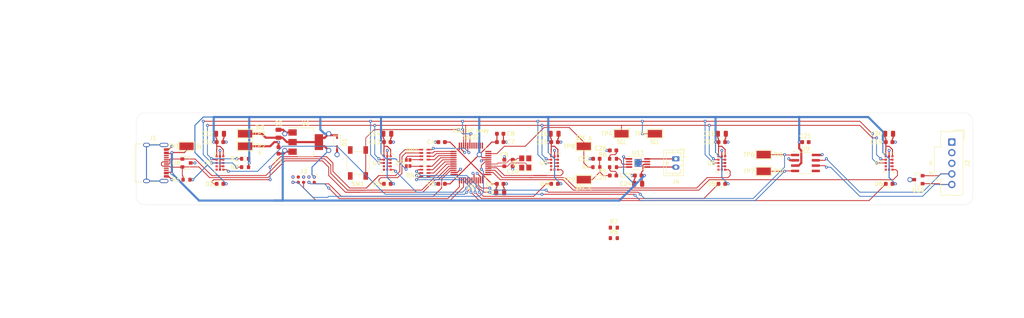
<source format=kicad_pcb>
(kicad_pcb (version 20240108) (generator "pcbnew") (generator_version "8.0")
  (layers (0 "F.Cu" signal) (31 "B.Cu" signal) (34 "B.Paste" user) (35 "F.Paste" user) (36 "B.SilkS" user "B.Silkscreen") (37 "F.SilkS" user "F.Silkscreen") (38 "B.Mask" user) (39 "F.Mask" user) (44 "Edge.Cuts" user))
  (net 0 "")
  (net 1 "gnd")
  (net 2 "v3v3")
  (net 3 "vusb")
  (net 4 "usb.conn.cc.cc2")
  (net 5 "spk_drv.inn_res.b")
  (net 6 "i2c_chain_0.scl")
  (net 7 "i2c_chain_0.sda")
  (net 8 "leds_chain_0.0")
  (net 9 "leds_chain_0.1")
  (net 10 "leds_chain_0.2")
  (net 11 "leds_chain_0.3")
  (net 12 "leds_chain_0.4")
  (net 13 "spk_chain_0")
  (net 14 "sw1_chain_0")
  (net 15 "usb_chain_0.d_N")
  (net 16 "usb_chain_0.d_P")
  (net 17 "spk_chain_2.a")
  (net 18 "spk_chain_2.b")
  (net 19 "spk_chain_1")
  (net 20 "spk_drv.inp_cap.pos")
  (net 21 "res1.a.0")
  (net 22 "res1.a.1")
  (net 23 "res1.a.2")
  (net 24 "res1.a.3")
  (net 25 "res2.a.0")
  (net 26 "leds_chain_0.5")
  (net 27 "leds_chain_0.7")
  (net 28 "leds_chain_0.6")
  (net 29 "res2.a.1")
  (net 30 "res2.a.2")
  (net 31 "res2.a.3")
  (net 32 "spk_drv.inp_res.b")
  (net 33 "usb.conn.cc.cc1")
  (net 34 "mcu.reset_node")
  (net 35 "mcu.xtal_node.xi")
  (net 36 "mcu.swd_node.swdio")
  (net 37 "can_chain_1.canh")
  (net 38 "can_chain_1.canl")
  (net 39 "can_chain_0.txd")
  (net 40 "can_chain_0.rxd")
  (net 41 "mcu.gpio.tof_reset_4")
  (net 42 "spk_drv.inn_cap.pos")
  (net 43 "mcu.gpio.tof_reset_0")
  (net 44 "mcu.gpio.tof_reset_2")
  (net 45 "mcu.gpio.tof_reset_1")
  (net 46 "mcu.swd_node.swclk")
  (net 47 "mcu.swd.swo")
  (net 48 "mcu.xtal_node.xo")
  (net 49 "mcu.gpio.tof_reset_3")
  (net 50 "tof.elt[2].ic.gpio1")
  (net 51 "tof.elt[3].ic.gpio1")
  (net 52 "tof.elt[1].ic.gpio1")
  (net 53 "tof.elt[4].ic.gpio1")
  (net 54 "tof.elt[0].ic.gpio1")
  (net 55 "can.pwr")
  (net 56 "mcu.swd.tdi")
  (footprint "edg:JlcToolingHole_1.152mm" (layer "F.Cu") (at 52 58)
    (property "Reference" "H2" (hide yes))
    (property "Value" "")
  )
  (footprint "edg:JlcToolingHole_1.152mm" (layer "F.Cu") (at 248 58)
    (property "Reference" "H3" (hide yes))
    (property "Value" "")
  )
  (footprint "TestPoint:TestPoint_Keystone_5015_Micro-Minature" (layer "F.Cu") (at 62 46 180)
    (property "Reference" "TP1")
    (property "Value" "vusb")
  )
  (footprint "TestPoint:TestPoint_Keystone_5015_Micro-Minature" (layer "F.Cu") (at 76 46 180)
    (property "Reference" "TP2")
    (property "Value" "gnd")
  )
  (footprint "edg:JlcToolingHole_1.152mm" (layer "F.Cu") (at 52 40)
    (property "Reference" "H1" (hide yes))
    (property "Value" "")
  )
  (footprint "Diode_SMD:D_SOD-323" (layer "F.Cu") (at 98 45 -90)
    (property "Reference" "D1")
    (property "Value" "5μA@1V 90Ω Single 3.53V~3.67V 200mW 3.6V SOD-323 Zener Diodes ROHS")
  )
  (footprint "Connector_USB:USB_C_Receptacle_XKB_U262-16XN-4BVC11" (layer "F.Cu") (at 53.5 50 -90)
    (property "Reference" "J1")
    (property "Value" "COM-15111")
  )
  (footprint "Capacitor_SMD:C_0805_2012Metric" (layer "F.Cu") (at 84 43 90)
    (property "Reference" "C2")
    (property "Value" "25V 4.7uF X5R ±10% 0805 Multilayer Ceramic Capacitors MLCC - SMD/SMT ROHS")
  )
  (footprint "TestPoint:TestPoint_Keystone_5015_Micro-Minature" (layer "F.Cu") (at 76 43 180)
    (property "Reference" "TP3")
    (property "Value" "v3v3")
  )
  (footprint "Capacitor_SMD:C_0603_1608Metric" (layer "F.Cu") (at 84 47 90)
    (property "Reference" "C1")
    (property "Value" "50V 100nF X7R ±10% 0603 Multilayer Ceramic Capacitors MLCC - SMD/SMT ROHS")
  )
  (footprint "Package_TO_SOT_SMD:SOT-23" (layer "F.Cu") (at 62 50)
    (property "Reference" "U8")
    (property "Value" "PESD5V0X1BT")
  )
  (footprint "LED_SMD:LED_0603_1608Metric" (layer "F.Cu") (at 70 55)
    (property "Reference" "D2")
    (property "Value" "Red 615~630nm 1.9~2.2V 0603 Light Emitting Diodes (LED) RoHS")
  )
  (footprint "LED_SMD:LED_0603_1608Metric" (layer "F.Cu") (at 110 55)
    (property "Reference" "D3")
    (property "Value" "Red 615~630nm 1.9~2.2V 0603 Light Emitting Diodes (LED) RoHS")
  )
  (footprint "LED_SMD:LED_0603_1608Metric" (layer "F.Cu") (at 150 55)
    (property "Reference" "D4")
    (property "Value" "Red 615~630nm 1.9~2.2V 0603 Light Emitting Diodes (LED) RoHS")
  )
  (footprint "LED_SMD:LED_0603_1608Metric" (layer "F.Cu") (at 190 55)
    (property "Reference" "D5")
    (property "Value" "Red 615~630nm 1.9~2.2V 0603 Light Emitting Diodes (LED) RoHS")
  )
  (footprint "LED_SMD:LED_0603_1608Metric" (layer "F.Cu") (at 230 55)
    (property "Reference" "D6")
    (property "Value" "Red 615~630nm 1.9~2.2V 0603 Light Emitting Diodes (LED) RoHS")
  )
  (footprint "Capacitor_SMD:C_0603_1608Metric" (layer "F.Cu") (at 138 50 90)
    (property "Reference" "C9")
    (property "Value" "50V 33pF C0G ±5% 0603 Multilayer Ceramic Capacitors MLCC - SMD/SMT ROHS")
  )
  (footprint "Capacitor_SMD:C_0603_1608Metric" (layer "F.Cu") (at 140 50 -90)
    (property "Reference" "C10")
    (property "Value" "50V 33pF C0G ±5% 0603 Multilayer Ceramic Capacitors MLCC - SMD/SMT ROHS")
  )
  (footprint "Package_QFP:LQFP-48_7x7mm_P0.5mm" (layer "F.Cu") (at 130 50 180)
    (property "Reference" "U2")
    (property "Value" "STM32F103xxT6")
  )
  (footprint "Capacitor_SMD:C_0805_2012Metric" (layer "F.Cu") (at 137 57)
    (property "Reference" "C3")
    (property "Value" "25V 4.7uF X5R ±10% 0805 Multilayer Ceramic Capacitors MLCC - SMD/SMT ROHS")
  )
  (footprint "Capacitor_SMD:C_0603_1608Metric" (layer "F.Cu") (at 123 45 180)
    (property "Reference" "C4")
    (property "Value" "50V 100nF X7R ±10% 0603 Multilayer Ceramic Capacitors MLCC - SMD/SMT ROHS")
  )
  (footprint "Capacitor_SMD:C_0603_1608Metric" (layer "F.Cu") (at 137 55)
    (property "Reference" "C6")
    (property "Value" "50V 100nF X7R ±10% 0603 Multilayer Ceramic Capacitors MLCC - SMD/SMT ROHS")
  )
  (footprint "Resistor_SMD:R_0603_1608Metric" (layer "F.Cu") (at 62 54 180)
    (property "Reference" "R1")
    (property "Value" "±1% 1/10W Thick Film Resistors 75V ±100ppm/℃ -55℃~+155℃ 5.1kΩ 0603 Chip Resistor - Surface Mount ROHS")
  )
  (footprint "Capacitor_SMD:C_0603_1608Metric" (layer "F.Cu") (at 137 45)
    (property "Reference" "C7")
    (property "Value" "50V 10nF X7R ±10% 0603 Multilayer Ceramic Capacitors MLCC - SMD/SMT ROHS")
  )
  (footprint "Capacitor_SMD:C_0603_1608Metric" (layer "F.Cu") (at 137 43)
    (property "Reference" "C8")
    (property "Value" "50V 1uF X5R ±10% 0603 Multilayer Ceramic Capacitors MLCC - SMD/SMT ROHS")
  )
  (footprint "Resistor_SMD:R_0603_1608Metric" (layer "F.Cu") (at 76 49 180)
    (property "Reference" "R2")
    (property "Value" "±1% 1/10W Thick Film Resistors 75V ±100ppm/℃ -55℃~+155℃ 5.1kΩ 0603 Chip Resistor - Surface Mount ROHS")
  )
  (footprint "Connector_JST:JST_PH_B2B-PH-K_1x02_P2.00mm_Vertical" (layer "F.Cu") (at 179 49 -90)
    (property "Reference" "J4")
    (property "Value" "B2B-PH-K")
  )
  (footprint "Capacitor_SMD:C_0603_1608Metric" (layer "F.Cu") (at 160 49 180)
    (property "Reference" "C22")
    (property "Value" "50V 47nF X7R ±10% 0603 Multilayer Ceramic Capacitors MLCC - SMD/SMT ROHS")
  )
  (footprint "Resistor_SMD:R_0603_1608Metric" (layer "F.Cu") (at 160 51)
    (property "Reference" "R4")
    (property "Value" "±1% 1/10W Thick Film Resistors 75V ±100ppm/℃ -55℃~+155℃ 4.7kΩ 0603 Chip Resistor - Surface Mount ROHS")
  )
  (footprint "Capacitor_SMD:C_0805_2012Metric" (layer "F.Cu") (at 170 55 180)
    (property "Reference" "C24")
    (property "Value" "25V 4.7uF X5R ±10% 0805 Multilayer Ceramic Capacitors MLCC - SMD/SMT ROHS")
  )
  (footprint "Package_SO:MSOP-8-1EP_3x3mm_P0.65mm_EP1.68x1.88mm_ThermalVias" (layer "F.Cu") (at 170 50)
    (property "Reference" "U11")
    (property "Value" "TPA2005D1")
  )
  (footprint "Capacitor_SMD:C_0603_1608Metric" (layer "F.Cu") (at 164 47 180)
    (property "Reference" "C26")
    (property "Value" "50V 1uF X5R ±10% 0603 Multilayer Ceramic Capacitors MLCC - SMD/SMT ROHS")
  )
  (footprint "Resistor_SMD:R_0603_1608Metric" (layer "F.Cu") (at 164 49)
    (property "Reference" "R6")
    (property "Value" "±1% 1/10W Thick Film Resistors 75V ±100ppm/℃ -55℃~+155℃ 1kΩ 0603 Chip Resistor - Surface Mount ROHS")
  )
  (footprint "Capacitor_SMD:C_0603_1608Metric" (layer "F.Cu") (at 164 53 180)
    (property "Reference" "C25")
    (property "Value" "50V 1uF X5R ±10% 0603 Multilayer Ceramic Capacitors MLCC - SMD/SMT ROHS")
  )
  (footprint "Resistor_SMD:R_0603_1608Metric" (layer "F.Cu") (at 164 51)
    (property "Reference" "R5")
    (property "Value" "±1% 1/10W Thick Film Resistors 75V ±100ppm/℃ -55℃~+155℃ 4.7kΩ 0603 Chip Resistor - Surface Mount ROHS")
  )
  (footprint "OptoDevice:ST_VL53L0X" (layer "F.Cu") (at 70 50 -90)
    (property "Reference" "U3")
    (property "Value" "VL53L0X")
  )
  (footprint "OptoDevice:ST_VL53L0X" (layer "F.Cu") (at 110 50 -90)
    (property "Reference" "U4")
    (property "Value" "VL53L0X")
  )
  (footprint "OptoDevice:ST_VL53L0X" (layer "F.Cu") (at 150 50 -90)
    (property "Reference" "U5")
    (property "Value" "VL53L0X")
  )
  (footprint "OptoDevice:ST_VL53L0X" (layer "F.Cu") (at 190 50 -90)
    (property "Reference" "U6")
    (property "Value" "VL53L0X")
  )
  (footprint "OptoDevice:ST_VL53L0X" (layer "F.Cu") (at 230 50 -90)
    (property "Reference" "U7")
    (property "Value" "VL53L0X")
  )
  (footprint "Capacitor_SMD:C_0603_1608Metric" (layer "F.Cu") (at 70 45)
    (property "Reference" "C11")
    (property "Value" "50V 100nF X7R ±10% 0603 Multilayer Ceramic Capacitors MLCC - SMD/SMT ROHS")
  )
  (footprint "Capacitor_SMD:C_0805_2012Metric" (layer "F.Cu") (at 70 43)
    (property "Reference" "C12")
    (property "Value" "25V 4.7uF X5R ±10% 0805 Multilayer Ceramic Capacitors MLCC - SMD/SMT ROHS")
  )
  (footprint "Capacitor_SMD:C_0603_1608Metric" (layer "F.Cu") (at 110 45)
    (property "Reference" "C13")
    (property "Value" "50V 100nF X7R ±10% 0603 Multilayer Ceramic Capacitors MLCC - SMD/SMT ROHS")
  )
  (footprint "Capacitor_SMD:C_0805_2012Metric" (layer "F.Cu") (at 110 43)
    (property "Reference" "C14")
    (property "Value" "25V 4.7uF X5R ±10% 0805 Multilayer Ceramic Capacitors MLCC - SMD/SMT ROHS")
  )
  (footprint "Capacitor_SMD:C_0603_1608Metric" (layer "F.Cu") (at 150 45)
    (property "Reference" "C15")
    (property "Value" "50V 100nF X7R ±10% 0603 Multilayer Ceramic Capacitors MLCC - SMD/SMT ROHS")
  )
  (footprint "Capacitor_SMD:C_0805_2012Metric" (layer "F.Cu") (at 150 43)
    (property "Reference" "C16")
    (property "Value" "25V 4.7uF X5R ±10% 0805 Multilayer Ceramic Capacitors MLCC - SMD/SMT ROHS")
  )
  (footprint "Capacitor_SMD:C_0603_1608Metric" (layer "F.Cu") (at 190 45)
    (property "Reference" "C17")
    (property "Value" "50V 100nF X7R ±10% 0603 Multilayer Ceramic Capacitors MLCC - SMD/SMT ROHS")
  )
  (footprint "Capacitor_SMD:C_0805_2012Metric" (layer "F.Cu") (at 190 43)
    (property "Reference" "C18")
    (property "Value" "25V 4.7uF X5R ±10% 0805 Multilayer Ceramic Capacitors MLCC - SMD/SMT ROHS")
  )
  (footprint "Capacitor_SMD:C_0603_1608Metric" (layer "F.Cu") (at 230 45)
    (property "Reference" "C19")
    (property "Value" "50V 100nF X7R ±10% 0603 Multilayer Ceramic Capacitors MLCC - SMD/SMT ROHS")
  )
  (footprint "Capacitor_SMD:C_0805_2012Metric" (layer "F.Cu") (at 230 43)
    (property "Reference" "C20")
    (property "Value" "25V 4.7uF X5R ±10% 0805 Multilayer Ceramic Capacitors MLCC - SMD/SMT ROHS")
  )
  (footprint "Crystal:Crystal_SMD_3225-4Pin_3.2x2.5mm" (layer "F.Cu") (at 143 50 90)
    (property "Reference" "X1")
    (property "Value" "12MHz SMD Crystal Resonator 20pF ±10ppm ±30ppm -40℃~+85℃ SMD3225-4P Crystals ROHS")
  )
  (footprint "Capacitor_SMD:C_0603_1608Metric" (layer "F.Cu") (at 170 53 180)
    (property "Reference" "C23")
    (property "Value" "50V 100nF X7R ±10% 0603 Multilayer Ceramic Capacitors MLCC - SMD/SMT ROHS")
  )
  (footprint "Package_TO_SOT_SMD:SOT-223-3_TabPin2" (layer "F.Cu") (at 90.5 45)
    (property "Reference" "U1")
    (property "Value" "LDL1117S33R")
  )
  (footprint "Connector:Tag-Connect_TC2050-IDC-FP_2x05_P1.27mm_Vertical" (layer "F.Cu") (at 90 54 180)
    (property "Reference" "J3")
    (property "Value" "")
  )
  (footprint "Resistor_SMD:R_0603_1608Metric" (layer "F.Cu") (at 76 51 180)
    (property "Reference" "R3")
    (property "Value" "±1% 1/10W Thick Film Resistors 75V ±100ppm/℃ -55℃~+155℃ 1.5kΩ 0603 Chip Resistor - Surface Mount ROHS")
  )
  (footprint "Resistor_SMD:R_Array_Concave_4x0603" (layer "F.Cu") (at 119 48)
    (property "Reference" "RN1")
    (property "Value" "4 ±5% 8 1kΩ 1/16W ±200ppm/℃ 1206 Resistor Networks & Arrays ROHS")
  )
  (footprint "Resistor_SMD:R_Array_Concave_4x0603" (layer "F.Cu") (at 119 52)
    (property "Reference" "RN2")
    (property "Value" "4 ±5% 8 1kΩ 1/16W ±200ppm/℃ 1206 Resistor Networks & Arrays ROHS")
  )
  (footprint "LED_SMD:LED_LiteOn_LTST-C19HE1WT" (layer "F.Cu") (at 115 50 180)
    (property "Reference" "D7")
    (property "Value" "EAST1616RGBB2")
  )
  (footprint "Capacitor_SMD:C_0603_1608Metric" (layer "F.Cu") (at 123 55 180)
    (property "Reference" "C5")
    (property "Value" "50V 100nF X7R ±10% 0603 Multilayer Ceramic Capacitors MLCC - SMD/SMT ROHS")
  )
  (footprint "TestPoint:TestPoint_Keystone_5015_Micro-Minature" (layer "F.Cu") (at 166 43)
    (property "Reference" "TP4")
    (property "Value" "i2c_chain_0.scl")
  )
  (footprint "TestPoint:TestPoint_Keystone_5015_Micro-Minature" (layer "F.Cu") (at 174 43)
    (property "Reference" "TP5")
    (property "Value" "i2c_chain_0.sda")
  )
  (footprint "TestPoint:TestPoint_Keystone_5015_Micro-Minature" (layer "F.Cu") (at 157 46)
    (property "Reference" "TP8")
    (property "Value" "spk_chain_0")
  )
  (footprint "TestPoint:TestPoint_Keystone_5015_Micro-Minature" (layer "F.Cu") (at 157 54)
    (property "Reference" "TP9")
    (property "Value" "spk_chain_1")
  )
  (footprint "Capacitor_SMD:C_0603_1608Metric" (layer "F.Cu") (at 210 45)
    (property "Reference" "C21")
    (property "Value" "50V 100nF X7R ±10% 0603 Multilayer Ceramic Capacitors MLCC - SMD/SMT ROHS")
  )
  (footprint "Connector_Molex:Molex_SL_171971-0005_1x05_P2.54mm_Vertical" (layer "F.Cu") (at 245 45 -90)
    (property "Reference" "J2")
    (property "Value" "171971-0005_1x05")
  )
  (footprint "TestPoint:TestPoint_Keystone_5015_Micro-Minature" (layer "F.Cu") (at 200 48)
    (property "Reference" "TP6")
    (property "Value" "can_chain_0.txd")
  )
  (footprint "TestPoint:TestPoint_Keystone_5015_Micro-Minature" (layer "F.Cu") (at 200 52)
    (property "Reference" "TP7")
    (property "Value" "can_chain_0.rxd")
  )
  (footprint "Package_SO:SOIC-8_3.9x4.9mm_P1.27mm" (layer "F.Cu") (at 210 50)
    (property "Reference" "U9")
    (property "Value" "SN65HVD230DR")
  )
  (footprint "Package_TO_SOT_SMD:SOT-23" (layer "F.Cu") (at 237 54 180)
    (property "Reference" "U10")
    (property "Value" "PESD1CAN,215")
  )
  (footprint "Button_Switch_SMD:SW_SPST_SKQG_WithoutStem" (layer "F.Cu") (at 103 50 -90)
    (property "Reference" "SW1")
    (property "Value" "5.1mm switch")
  )
  (footprint "Resistor_SMD:R_0603_1608Metric" (layer "F.Cu") (at 164.175 68)
    (property "Reference" "R8")
    (property "Value" "±1% 1/10W Thick Film Resistors 75V ±100ppm/℃ -55℃~+155℃ 30kΩ 0603 Chip Resistor - Surface Mount ROHS")
  )
  (footprint "Resistor_SMD:R_0603_1608Metric" (layer "F.Cu") (at 164.175 65.49)
    (property "Reference" "R7")
    (property "Value" "±1% 1/10W Thick Film Resistors 75V ±100ppm/℃ -55℃~+155℃ 30kΩ 0603 Chip Resistor - Surface Mount ROHS")
  )
  (gr_line (start 52 38) (end 248 38) (stroke (width 0.05)) (layer "Edge.Cuts"))
  (gr_arc (start 248 38) (mid 249.414214 38.585786) (end 250 40) (stroke (width 0.05)) (layer "Edge.Cuts"))
  (gr_arc (start 52 60) (mid 50.585786 59.414214) (end 50 58) (stroke (width 0.05)) (layer "Edge.Cuts"))
  (gr_line (start 250 58) (end 250 40) (stroke (width 0.05)) (layer "Edge.Cuts"))
  (gr_line (start 50 40) (end 50 58) (stroke (width 0.05)) (layer "Edge.Cuts"))
  (gr_arc (start 50 40) (mid 50.585786 38.585786) (end 52 38) (stroke (width 0.05)) (layer "Edge.Cuts"))
  (gr_arc (start 250 58) (mid 249.414214 59.414214) (end 248 60) (stroke (width 0.05)) (layer "Edge.Cuts"))
  (gr_line (start 248 60) (end 52 60) (stroke (width 0.05)) (layer "Edge.Cuts"))
  (gr_text "3v3" (at 79.5 41.5 0) (layer "F.SilkS") (effects (font (size 1 0.8))))
  (gr_text "⏚" (at 79.5 47.5 0) (layer "F.SilkS") (effects (font (size 1 0.8))))
  (gr_text "SCL" (at 166 45 0) (layer "F.SilkS") (effects (font (size 1 0.8))))
  (gr_text "SPK ∿" (at 157 56 0) (layer "F.SilkS") (effects (font (size 1 0.8))))
  (gr_text "TXD" (at 203.5 48 0) (layer "F.SilkS") (effects (font (size 1 0.8))))
  (gr_text "RXD" (at 203.5 52 0) (layer "F.SilkS") (effects (font (size 1 0.8))))
  (gr_text "H" (at 240 52.5 0) (layer "F.SilkS") (effects (font (size 1 0.8))))
  (gr_text "⏚" (at 240 50 0) (layer "F.SilkS") (effects (font (size 1 0.8))))
  (gr_text "L" (at 240 55 0) (layer "F.SilkS") (effects (font (size 1 0.8))))
  (gr_text "EDG ToF Array\nSpr'22" (at 130 43 0) (layer "F.SilkS") (effects (font (size 1 0.8))))
  (gr_text "5v" (at 65 46 0) (layer "F.SilkS") (effects (font (size 1 0.8))))
  (gr_text "SCL" (at 174 45 0) (layer "F.SilkS") (effects (font (size 1 0.8))))
  (gr_text "SPK ⎍" (at 157 44 0) (layer "F.SilkS") (effects (font (size 1 0.8))))
  (segment (start 70.775 45) (end 71.5 45) (width 0.25) (layer "F.Cu") (net 1))
  (segment (start 70 48.4) (end 70 47) (width 0.25) (layer "F.Cu") (net 1))
  (segment (start 70.8 50.8) (end 70 50.8) (width 0.25) (layer "F.Cu") (net 1))
  (segment (start 70.8 50) (end 70 50) (width 0.25) (layer "F.Cu") (net 1))
  (segment (start 70 50) (end 70 51.6) (width 0.25) (layer "F.Cu") (net 1))
  (segment (start 70 48.4) (end 70 50) (width 0.25) (layer "F.Cu") (net 1))
  (segment (start 70.79 49.2) (end 70 49.2) (width 0.25) (layer "F.Cu") (net 1))
  (segment (start 110.775 45) (end 111.5 45) (width 0.25) (layer "F.Cu") (net 1))
  (segment (start 110 48.4) (end 110 47) (width 0.25) (layer "F.Cu") (net 1))
  (segment (start 110.8 50.8) (end 110 50.8) (width 0.25) (layer "F.Cu") (net 1))
  (segment (start 110.8 50) (end 110 50) (width 0.25) (layer "F.Cu") (net 1))
  (segment (start 110 50) (end 110 51.6) (width 0.25) (layer "F.Cu") (net 1))
  (segment (start 110 48.4) (end 110 50) (width 0.25) (layer "F.Cu") (net 1))
  (segment (start 110.79 49.2) (end 110 49.2) (width 0.25) (layer "F.Cu") (net 1))
  (segment (start 190.775 45) (end 191.5 45) (width 0.25) (layer "F.Cu") (net 1))
  (segment (start 190 48.4) (end 190 47) (width 0.25) (layer "F.Cu") (net 1))
  (segment (start 190.8 50.8) (end 190 50.8) (width 0.25) (layer "F.Cu") (net 1))
  (segment (start 190.8 50) (end 190 50) (width 0.25) (layer "F.Cu") (net 1))
  (segment (start 190 50) (end 190 51.6) (width 0.25) (layer "F.Cu") (net 1))
  (segment (start 190 48.4) (end 190 50) (width 0.25) (layer "F.Cu") (net 1))
  (segment (start 190.79 49.2) (end 190 49.2) (width 0.25) (layer "F.Cu") (net 1))
  (segment (start 230.775 45) (end 231.5 45) (width 0.25) (layer "F.Cu") (net 1))
  (segment (start 230 48.4) (end 230 47) (width 0.25) (layer "F.Cu") (net 1))
  (segment (start 230.8 50.8) (end 230 50.8) (width 0.25) (layer "F.Cu") (net 1))
  (segment (start 230.8 50) (end 230 50) (width 0.25) (layer "F.Cu") (net 1))
  (segment (start 230 50) (end 230 51.6) (width 0.25) (layer "F.Cu") (net 1))
  (segment (start 230 48.4) (end 230 50) (width 0.25) (layer "F.Cu") (net 1))
  (segment (start 230.79 49.2) (end 230 49.2) (width 0.25) (layer "F.Cu") (net 1))
  (segment (start 212.575 48.095) (end 213.905 48.095) (width 0.5) (layer "F.Cu") (net 1))
  (segment (start 169.225 53) (end 168.5 53) (width 0.25) (layer "F.Cu") (net 1))
  (segment (start 230.775 44.225) (end 230.95 44.05) (width 0.25) (layer "F.Cu") (net 1))
  (segment (start 87.35 42.7) (end 85.7 42.7) (width 0.5) (layer "F.Cu") (net 1))
  (segment (start 134.1625 49.25) (end 132.75 49.25) (width 0.25) (layer "F.Cu") (net 1))
  (segment (start 127.75 45.8375) (end 127.75 46.75) (width 0.25) (layer "F.Cu") (net 1))
  (segment (start 137.775 55) (end 137.775 55.775) (width 0.25) (layer "F.Cu") (net 1))
  (segment (start 169.225 53) (end 169.225 53.775) (width 0.25) (layer "F.Cu") (net 1))
  (segment (start 84 45) (end 83 45) (width 0.5) (layer "F.Cu") (net 1))
  (segment (start 57.849988 46.65) (end 58.5 45.999988) (width 0.25) (layer "F.Cu") (net 1))
  (segment (start 57.17 53.35) (end 57.17 53.05) (width 0.25) (layer "F.Cu") (net 1))
  (segment (start 87.46 53.365) (end 87.459993 53.365007) (width 0.5) (layer "F.Cu") (net 1))
  (segment (start 169.225 53.775) (end 169.05 53.95) (width 0.25) (layer "F.Cu") (net 1))
  (segment (start 172.15 49.675) (end 170.325 49.675) (width 0.25) (layer "F.Cu") (net 1))
  (segment (start 163.225 47) (end 162.5 47) (width 0.25) (layer "F.Cu") (net 1))
  (segment (start 130.75 54.1625) (end 130.75 52.75) (width 0.25) (layer "F.Cu") (net 1))
  (segment (start 137.775 55.775) (end 137.95 55.95) (width 0.25) (layer "F.Cu") (net 1))
  (segment (start 85.500007 42.500007) (end 85.05 42.05) (width 0.5) (layer "F.Cu") (net 1))
  (segment (start 140 50.775) (end 140 51.5) (width 0.16) (layer "F.Cu") (net 1))
  (segment (start 90 53.365) (end 90 53.364984) (width 0.5) (layer "F.Cu") (net 1))
  (segment (start 137.775 45) (end 137.775 43) (width 0.25) (layer "F.Cu") (net 1))
  (segment (start 122.225 55) (end 121.5 55) (width 0.25) (layer "F.Cu") (net 1))
  (segment (start 207.425 49.365) (end 206.365 49.365) (width 0.5) (layer "F.Cu") (net 1))
  (segment (start 84 46.225) (end 84 45) (width 0.5) (layer "F.Cu") (net 1))
  (segment (start 138 49.225) (end 138 48.5) (width 0.16) (layer "F.Cu") (net 1))
  (segment (start 150.95 44.05) (end 150.95 43) (width 0.25) (layer "F.Cu") (net 1))
  (segment (start 132.25 53.25) (end 131.5 52.5) (width 0.25) (layer "F.Cu") (net 1))
  (segment (start 82 46) (end 76 46) (width 0.5) (layer "F.Cu") (net 1))
  (segment (start 85.7 42.7) (end 85.05 42.05) (width 0.5) (layer "F.Cu") (net 1))
  (segment (start 169.05 53.95) (end 169.05 55) (width 0.25) (layer "F.Cu") (net 1))
  (segment (start 57.17 46.65) (end 57.849988 46.65) (width 0.25) (layer "F.Cu") (net 1))
  (segment (start 83 45) (end 82 46) (width 0.5) (layer "F.Cu") (net 1))
  (segment (start 190.775 44.225) (end 190.95 44.05) (width 0.25) (layer "F.Cu") (net 1))
  (segment (start 137.775 45) (end 138.5 45) (width 0.25) (layer "F.Cu") (net 1))
  (segment (start 150.775 45) (end 151.5 45) (width 0.25) (layer "F.Cu") (net 1))
  (segment (start 206.365 49.365) (end 206 49) (width 0.5) (layer "F.Cu") (net 1))
  (segment (start 190.775 45) (end 190.775 44.225) (width 0.25) (layer "F.Cu") (net 1))
  (segment (start 57.85 53.35) (end 58.5 54) (width 0.25) (layer "F.Cu") (net 1))
  (segment (start 110.775 44.225) (end 110.95 44.05) (width 0.25) (layer "F.Cu") (net 1))
  (segment (start 170.325 49.675) (end 170 50) (width 0.25) (layer "F.Cu") (net 1))
  (segment (start 63 50) (end 64 50) (width 0.2) (layer "F.Cu") (net 1))
  (segment (start 150.8 50.8) (end 150 50.8) (width 0.25) (layer "F.Cu") (net 1))
  (segment (start 137.95 55.95) (end 137.95 57) (width 0.25) (layer "F.Cu") (net 1))
  (segment (start 132.25 54.1625) (end 132.25 53.25) (width 0.25) (layer "F.Cu") (net 1))
  (segment (start 70.775 44.225) (end 70.95 44.05) (width 0.25) (layer "F.Cu") (net 1))
  (segment (start 159.225 49) (end 158.5 49) (width 0.25) (layer "F.Cu") (net 1))
  (segment (start 70.775 45) (end 70.775 44.225) (width 0.25) (layer "F.Cu") (net 1))
  (segment (start 132.75 49.25) (end 132.5 49.5) (width 0.25) (layer "F.Cu") (net 1))
  (segment (start 150 48.4) (end 150 50) (width 0.25) (layer "F.Cu") (net 1))
  (segment (start 230.775 45) (end 230.775 44.225) (width 0.25) (layer "F.Cu") (net 1))
  (segment (start 70.95 44.05) (end 70.95 43) (width 0.25) (layer "F.Cu") (net 1))
  (segment (start 213.905 48.095) (end 214 48) (width 0.5) (layer "F.Cu") (net 1))
  (segment (start 150.8 50) (end 150 50) (width 0.25) (layer "F.Cu") (net 1))
  (segment (start 91.27 53.365) (end 91.27 53.364988) (width 0.5) (layer "F.Cu") (net 1))
  (segment (start 126.75 52.25) (end 127.5 51.5) (width 0.25) (layer "F.Cu") (net 1))
  (segment (start 98 46.65) (end 98 48) (width 0.5) (layer "F.Cu") (net 1))
  (segment (start 190.95 44.05) (end 190.95 43) (width 0.25) (layer "F.Cu") (net 1))
  (segment (start 150 48.4) (end 150 47) (width 0.25) (layer "F.Cu") (net 1))
  (segment (start 127.75 46.75) (end 128.5 47.5) (width 0.25) (layer "F.Cu") (net 1))
  (segment (start 110.775 45) (end 110.775 44.225) (width 0.25) (layer "F.Cu") (net 1))
  (segment (start 236 54) (end 235 54) (width 0.5) (layer "F.Cu") (net 1))
  (segment (start 85.500007 43) (end 85.500007 42.500007) (width 0.5) (layer "F.Cu") (net 1))
  (segment (start 125.8375 52.25) (end 126.75 52.25) (width 0.25) (layer "F.Cu") (net 1))
  (segment (start 110.95 44.05) (end 110.95 43) (width 0.25) (layer "F.Cu") (net 1))
  (segment (start 122.225 45) (end 121.5 45) (width 0.25) (layer "F.Cu") (net 1))
  (segment (start 230.95 44.05) (end 230.95 43) (width 0.25) (layer "F.Cu") (net 1))
  (segment (start 57.17 46.95) (end 57.17 46.65) (width 0.25) (layer "F.Cu") (net 1))
  (segment (start 150.775 44.225) (end 150.95 44.05) (width 0.25) (layer "F.Cu") (net 1))
  (segment (start 150.79 49.2) (end 150 49.2) (width 0.25) (layer "F.Cu") (net 1))
  (segment (start 137.775 55) (end 138.5 55) (width 0.25) (layer "F.Cu") (net 1))
  (segment (start 57.17 53.35) (end 57.85 53.35) (width 0.25) (layer "F.Cu") (net 1))
  (segment (start 130.75 52.75) (end 130.5 52.5) (width 0.25) (layer "F.Cu") (net 1))
  (segment (start 150 50) (end 150 51.6) (width 0.25) (layer "F.Cu") (net 1))
  (segment (start 85.05 42.05) (end 84 42.05) (width 0.5) (layer "F.Cu") (net 1))
  (segment (start 150.775 45) (end 150.775 44.225) (width 0.25) (layer "F.Cu") (net 1))
  (via (at 70 47) (size 0.7) (drill 0.3) (layers "F.Cu" "B.Cu") (net 1))
  (via (at 110 47) (size 0.7) (drill 0.3) (layers "F.Cu" "B.Cu") (net 1))
  (via (at 190 47) (size 0.7) (drill 0.3) (layers "F.Cu" "B.Cu") (net 1))
  (via (at 230 47) (size 0.7) (drill 0.3) (layers "F.Cu" "B.Cu") (net 1))
  (via (at 131.5 52.5) (size 0.7) (drill 0.3) (layers "F.Cu" "B.Cu") (net 1))
  (via (at 206 49) (size 0.7) (drill 0.3) (layers "F.Cu" "B.Cu") (net 1))
  (via (at 130.5 52.5) (size 0.7) (drill 0.3) (layers "F.Cu" "B.Cu") (net 1))
  (via (at 84 45) (size 0.7) (drill 0.3) (layers "F.Cu" "B.Cu") (net 1))
  (via (at 91.27 53.364988) (size 0.7) (drill 0.3) (layers "F.Cu" "B.Cu") (net 1))
  (via (at 98 48) (size 1.2) (drill 0.8) (layers "F.Cu" "B.Cu") (net 1))
  (via (at 58.5 45.999988) (size 0.7) (drill 0.3) (layers "F.Cu" "B.Cu") (net 1))
  (via (at 235 54) (size 1.2) (drill 0.8) (layers "F.Cu" "B.Cu") (net 1))
  (via (at 121.5 45) (size 0.7) (drill 0.3) (layers "F.Cu" "B.Cu") (net 1))
  (via (at 138.5 55) (size 0.7) (drill 0.3) (layers "F.Cu" "B.Cu") (net 1))
  (via (at 121.5 55) (size 0.7) (drill 0.3) (layers "F.Cu" "B.Cu") (net 1))
  (via (at 127.5 51.5) (size 0.7) (drill 0.3) (layers "F.Cu" "B.Cu") (net 1))
  (via (at 90 53.364984) (size 0.7) (drill 0.3) (layers "F.Cu" "B.Cu") (net 1))
  (via (at 150 47) (size 0.7) (drill 0.3) (layers "F.Cu" "B.Cu") (net 1))
  (via (at 231.5 45) (size 0.7) (drill 0.3) (layers "F.Cu" "B.Cu") (net 1))
  (via (at 158.5 49) (size 0.7) (drill 0.3) (layers "F.Cu" "B.Cu") (net 1))
  (via (at 71.5 45) (size 0.7) (drill 0.3) (layers "F.Cu" "B.Cu") (net 1))
  (via (at 162.5 47) (size 0.7) (drill 0.3) (layers "F.Cu" "B.Cu") (net 1))
  (via (at 132.5 49.5) (size 0.7) (drill 0.3) (layers "F.Cu" "B.Cu") (net 1))
  (via (at 138 48.5) (size 0.7) (drill 0.3) (layers "F.Cu" "B.Cu") (net 1))
  (via (at 85.500007 43) (size 1.2) (drill 0.8) (layers "F.Cu" "B.Cu") (net 1))
  (via (at 64 50) (size 0.7) (drill 0.3) (layers "F.Cu" "B.Cu") (net 1))
  (via (at 140 51.5) (size 0.7) (drill 0.3) (layers "F.Cu" "B.Cu") (net 1))
  (via (at 214 48) (size 0.7) (drill 0.3) (layers "F.Cu" "B.Cu") (net 1))
  (via (at 168.5 53) (size 0.7) (drill 0.3) (layers "F.Cu" "B.Cu") (net 1))
  (via (at 87.459993 53.365007) (size 0.7) (drill 0.3) (layers "F.Cu" "B.Cu") (net 1))
  (via (at 128.5 47.5) (size 0.7) (drill 0.3) (layers "F.Cu" "B.Cu") (net 1))
  (via (at 58.5 54) (size 0.7) (drill 0.3) (layers "F.Cu" "B.Cu") (net 1))
  (via (at 111.5 45) (size 0.7) (drill 0.3) (layers "F.Cu" "B.Cu") (net 1))
  (via (at 138.5 45) (size 0.7) (drill 0.3) (layers "F.Cu" "B.Cu") (net 1))
  (via (at 191.5 45) (size 0.7) (drill 0.3) (layers "F.Cu" "B.Cu") (net 1))
  (via (at 151.5 45) (size 0.7) (drill 0.3) (layers "F.Cu" "B.Cu") (net 1))
  (segment (start 52.425 45.68) (end 56.605 45.68) (width 0.25) (layer "B.Cu") (net 1))
  (segment (start 56.605 54.32) (end 52.32 54.32) (width 0.25) (layer "B.Cu") (net 1))
  (segment (start 52.425 45.68) (end 52.425 54.32) (width 0.25) (layer "B.Cu") (net 1))
  (segment (start 69.225 45) (end 68.5 45) (width 0.25) (layer "F.Cu") (net 2))
  (segment (start 69.225 45) (end 69.225 46.775) (width 0.25) (layer "F.Cu") (net 2))
  (segment (start 69.2 46.8) (end 69.2 48.4) (width 0.25) (layer "F.Cu") (net 2))
  (segment (start 69.225 46.775) (end 69.2 46.8) (width 0.25) (layer "F.Cu") (net 2))
  (segment (start 70.8 48.4) (end 70.8 46.8) (width 0.25) (layer "F.Cu") (net 2))
  (segment (start 70.8 46.8) (end 70 46) (width 0.25) (layer "F.Cu") (net 2))
  (segment (start 70 46) (end 69.225 46) (width 0.25) (layer "F.Cu") (net 2))
  (segment (start 109.225 45) (end 108.5 45) (width 0.25) (layer "F.Cu") (net 2))
  (segment (start 109.225 45) (end 109.225 46.775) (width 0.25) (layer "F.Cu") (net 2))
  (segment (start 109.2 46.8) (end 109.2 48.4) (width 0.25) (layer "F.Cu") (net 2))
  (segment (start 109.225 46.775) (end 109.2 46.8) (width 0.25) (layer "F.Cu") (net 2))
  (segment (start 110.8 48.4) (end 110.8 46.8) (width 0.25) (layer "F.Cu") (net 2))
  (segment (start 110.8 46.8) (end 110 46) (width 0.25) (layer "F.Cu") (net 2))
  (segment (start 110 46) (end 109.225 46) (width 0.25) (layer "F.Cu") (net 2))
  (segment (start 189.225 45) (end 188.5 45) (width 0.25) (layer "F.Cu") (net 2))
  (segment (start 189.225 45) (end 189.225 46.775) (width 0.25) (layer "F.Cu") (net 2))
  (segment (start 189.2 46.8) (end 189.2 48.4) (width 0.25) (layer "F.Cu") (net 2))
  (segment (start 189.225 46.775) (end 189.2 46.8) (width 0.25) (layer "F.Cu") (net 2))
  (segment (start 190.8 48.4) (end 190.8 46.8) (width 0.25) (layer "F.Cu") (net 2))
  (segment (start 190.8 46.8) (end 190 46) (width 0.25) (layer "F.Cu") (net 2))
  (segment (start 190 46) (end 189.225 46) (width 0.25) (layer "F.Cu") (net 2))
  (segment (start 229.225 45) (end 228.5 45) (width 0.25) (layer "F.Cu") (net 2))
  (segment (start 229.225 45) (end 229.225 46.775) (width 0.25) (layer "F.Cu") (net 2))
  (segment (start 229.2 46.8) (end 229.2 48.4) (width 0.25) (layer "F.Cu") (net 2))
  (segment (start 229.225 46.775) (end 229.2 46.8) (width 0.25) (layer "F.Cu") (net 2))
  (segment (start 230.8 48.4) (end 230.8 46.8) (width 0.25) (layer "F.Cu") (net 2))
  (segment (start 230.8 46.8) (end 230 46) (width 0.25) (layer "F.Cu") (net 2))
  (segment (start 230 46) (end 229.225 46) (width 0.25) (layer "F.Cu") (net 2))
  (segment (start 149.225 45) (end 149.225 44.225) (width 0.25) (layer "F.Cu") (net 2))
  (segment (start 126.75 52.75) (end 127 53) (width 0.25) (layer "F.Cu") (net 2))
  (segment (start 132 48) (end 132.75 48.75) (width 0.25) (layer "F.Cu") (net 2))
  (segment (start 135 45) (end 136.225 45) (width 0.25) (layer "F.Cu") (net 2))
  (segment (start 69.225 45) (end 69.225 44.225) (width 0.25) (layer "F.Cu") (net 2))
  (segment (start 86 45) (end 87.35 45) (width 0.5) (layer "F.Cu") (net 2))
  (segment (start 163.5 52) (end 164.5 52) (width 0.2) (layer "F.Cu") (net 2))
  (segment (start 133 53) (end 135 55) (width 0.25) (layer "F.Cu") (net 2))
  (segment (start 209 50) (end 209 47) (width 0.5) (layer "F.Cu") (net 2))
  (segment (start 93.65 45) (end 93.65 46) (width 0.5) (layer "F.Cu") (net 2))
  (segment (start 109.225 45) (end 109.225 44.225) (width 0.25) (layer "F.Cu") (net 2))
  (segment (start 208.365 50.635) (end 209 50) (width 0.5) (layer "F.Cu") (net 2))
  (segment (start 135 55) (end 136.225 55) (width 0.25) (layer "F.Cu") (net 2))
  (segment (start 150.7875 55) (end 151.5 55) (width 0.2) (layer "F.Cu") (net 2))
  (segment (start 114.575 51.425) (end 114.5 51.5) (width 0.2) (layer "F.Cu") (net 2))
  (segment (start 127.5 47.5) (end 127 47) (width 0.25) (layer "F.Cu") (net 2))
  (segment (start 84.95 43.95) (end 86 45) (width 0.5) (layer "F.Cu") (net 2))
  (segment (start 76.825 50.175) (end 76.825 51) (width 0.25) (layer "F.Cu") (net 2))
  (segment (start 84 43.95) (end 84.95 43.95) (width 0.5) (layer "F.Cu") (net 2))
  (segment (start 149.225 46.775) (end 149.2 46.8) (width 0.25) (layer "F.Cu") (net 2))
  (segment (start 69.05 44.05) (end 69.05 43) (width 0.25) (layer "F.Cu") (net 2))
  (segment (start 76 43) (end 80 43) (width 0.5) (layer "F.Cu") (net 2))
  (segment (start 130 50) (end 131 51) (width 0.25) (layer "F.Cu") (net 2))
  (segment (start 207.425 50.635) (end 208.365 50.635) (width 0.5) (layer "F.Cu") (net 2))
  (segment (start 149.2 46.8) (end 149.2 48.4) (width 0.25) (layer "F.Cu") (net 2))
  (segment (start 127.5 52.5) (end 129 51) (width 0.25) (layer "F.Cu") (net 2))
  (segment (start 131.25 48.75) (end 133 47) (width 0.25) (layer "F.Cu") (net 2))
  (segment (start 164.775 53) (end 164.775 52.275) (width 0.2) (layer "F.Cu") (net 2))
  (segment (start 150.8 46.8) (end 150 46) (width 0.25) (layer "F.Cu") (net 2))
  (segment (start 95 44) (end 96 43) (width 0.5) (layer "F.Cu") (net 2))
  (segment (start 149.225 44.225) (end 149.05 44.05) (width 0.25) (layer "F.Cu") (net 2))
  (segment (start 189.05 44.05) (end 189.05 43) (width 0.25) (layer "F.Cu") (net 2))
  (segment (start 94.15 45) (end 87.85 45) (width 0.5) (layer "F.Cu") (net 2))
  (segment (start 163.175 51) (end 163.175 51.675) (width 0.2) (layer "F.Cu") (net 2))
  (segment (start 132.75 53.25) (end 133 53) (width 0.25) (layer "F.Cu") (net 2))
  (segment (start 136.225 45) (end 136.225 43) (width 0.25) (layer "F.Cu") (net 2))
  (segment (start 129 49) (end 130 50) (width 0.25) (layer "F.Cu") (net 2))
  (segment (start 125 55) (end 123.775 55) (width 0.25) (layer "F.Cu") (net 2))
  (segment (start 109.05 44.05) (end 109.05 43) (width 0.25) (layer "F.Cu") (net 2))
  (segment (start 131.25 48.75) (end 131 49) (width 0.25) (layer "F.Cu") (net 2))
  (segment (start 189.225 44.225) (end 189.05 44.05) (width 0.25) (layer "F.Cu") (net 2))
  (segment (start 125.8375 52.75) (end 126.75 52.75) (width 0.25) (layer "F.Cu") (net 2))
  (segment (start 164.775 52.275) (end 164.5 52) (width 0.2) (layer "F.Cu") (net 2))
  (segment (start 98 43.35) (end 95.65 43.35) (width 0.5) (layer "F.Cu") (net 2))
  (segment (start 129 51) (end 130 50) (width 0.25) (layer "F.Cu") (net 2))
  (segment (start 132.75 52.75) (end 133 53) (width 0.25) (layer "F.Cu") (net 2))
  (segment (start 132.75 52.75) (end 132.5 52.5) (width 0.25) (layer "F.Cu") (net 2))
  (segment (start 136.05 55.95) (end 136.05 57) (width 0.25) (layer "F.Cu") (net 2))
  (segment (start 62.825 54) (end 63.5 54) (width 0.2) (layer "F.Cu") (net 2))
  (segment (start 127.25 52.75) (end 127 53) (width 0.25) (layer "F.Cu") (net 2))
  (segment (start 127 47) (end 125 45) (width 0.25) (layer "F.Cu") (net 2))
  (segment (start 132.75 48.75) (end 134.1625 48.75) (width 0.25) (layer "F.Cu") (net 2))
  (segment (start 76.825 50.175) (end 77 50) (width 0.25) (layer "F.Cu") (net 2))
  (segment (start 95.65 43.35) (end 95 44) (width 0.5) (layer "F.Cu") (net 2))
  (segment (start 127.25 52.75) (end 127.5 52.5) (width 0.25) (layer "F.Cu") (net 2))
  (segment (start 131 49) (end 130 50) (width 0.25) (layer "F.Cu") (net 2))
  (segment (start 149.05 44.05) (end 149.05 43) (width 0.25) (layer "F.Cu") (net 2))
  (segment (start 127 53) (end 125 55) (width 0.25) (layer "F.Cu") (net 2))
  (segment (start 95 46) (end 96 47) (width 0.5) (layer "F.Cu") (net 2))
  (segment (start 76.825 49) (end 76.825 50.175) (width 0.25) (layer "F.Cu") (net 2))
  (segment (start 209.225 45) (end 208.5 45) (width 0.5) (layer "F.Cu") (net 2))
  (segment (start 132.75 54.1625) (end 132.75 53.25) (width 0.25) (layer "F.Cu") (net 2))
  (segment (start 93.65 44) (end 95 44) (width 0.5) (layer "F.Cu") (net 2))
  (segment (start 189.225 45) (end 189.225 44.225) (width 0.25) (layer "F.Cu") (net 2))
  (segment (start 136.225 55) (end 136.225 55.775) (width 0.25) (layer "F.Cu") (net 2))
  (segment (start 229.225 45) (end 229.225 44.225) (width 0.25) (layer "F.Cu") (net 2))
  (segment (start 109.225 44.225) (end 109.05 44.05) (width 0.25) (layer "F.Cu") (net 2))
  (segment (start 110.7875 55) (end 111.5 55) (width 0.2) (layer "F.Cu") (net 2))
  (segment (start 69.225 44.225) (end 69.05 44.05) (width 0.25) (layer "F.Cu") (net 2))
  (segment (start 136.225 55.775) (end 136.05 55.95) (width 0.25) (layer "F.Cu") (net 2))
  (segment (start 127.25 45.8375) (end 127.25 46.75) (width 0.25) (layer "F.Cu") (net 2))
  (segment (start 127.5 47.5) (end 129 49) (width 0.25) (layer "F.Cu") (net 2))
  (segment (start 134.1625 52.75) (end 133.25 52.75) (width 0.25) (layer "F.Cu") (net 2))
  (segment (start 127.25 47.25) (end 127.5 47.5) (width 0.25) (layer "F.Cu") (net 2))
  (segment (start 208.5 46.5) (end 209 47) (width 0.5) (layer "F.Cu") (net 2))
  (segment (start 133 47) (end 135 45) (width 0.25) (layer "F.Cu") (net 2))
  (segment (start 230.7875 55) (end 231.5 55) (width 0.2) (layer "F.Cu") (net 2))
  (segment (start 92.54 53.365) (end 92.539989 53.364989) (width 0.25) (layer "F.Cu") (net 2))
  (segment (start 190.7875 55) (end 191.5 55) (width 0.2) (layer "F.Cu") (net 2))
  (segment (start 114.575 50.725) (end 114.575 51.425) (width 0.2) (layer "F.Cu") (net 2))
  (segment (start 76.825 49) (end 76.825 49.825) (width 0.25) (layer "F.Cu") (net 2))
  (segment (start 70.7875 55) (end 71.5 55) (width 0.2) (layer "F.Cu") (net 2))
  (segment (start 80.95 43.95) (end 84 43.95) (width 0.5) (layer "F.Cu") (net 2))
  (segment (start 208.5 45) (end 208.5 46.5) (width 0.5) (layer "F.Cu") (net 2))
  (segment (start 133.25 52.75) (end 133 53) (width 0.25) (layer "F.Cu") (net 2))
  (segment (start 93.65 45) (end 93.65 44) (width 0.5) (layer "F.Cu") (net 2))
  (segment (start 127.25 46.75) (end 127 47) (width 0.25) (layer "F.Cu") (net 2))
  (segment (start 80 43) (end 80.95 43.95) (width 0.5) (layer "F.Cu") (net 2))
  (segment (start 150 46) (end 149.225 46) (width 0.25) (layer "F.Cu") (net 2))
  (segment (start 229.225 44.225) (end 229.05 44.05) (width 0.25) (layer "F.Cu") (net 2))
  (segment (start 131 51) (end 132.5 52.5) (width 0.25) (layer "F.Cu") (net 2))
  (segment (start 149.225 45) (end 148.5 45) (width 0.25) (layer "F.Cu") (net 2))
  (segment (start 229.05 44.05) (end 229.05 43) (width 0.25) (layer "F.Cu") (net 2))
  (segment (start 125 45) (end 123.775 45) (width 0.25) (layer "F.Cu") (net 2))
  (segment (start 150.8 48.4) (end 150.8 46.8) (width 0.25) (layer "F.Cu") (net 2))
  (segment (start 149.225 45) (end 149.225 46.775) (width 0.25) (layer "F.Cu") (net 2))
  (segment (start 93.65 46) (end 95 46) (width 0.5) (layer "F.Cu") (net 2))
  (segment (start 163.175 51.675) (end 163.5 52) (width 0.2) (layer "F.Cu") (net 2))
  (via (at 148.5 45) (size 0.7) (drill 0.3) (layers "F.Cu" "B.Cu") (net 2))
  (via (at 71.5 55) (size 0.7) (drill 0.3) (layers "F.Cu" "B.Cu") (net 2))
  (via (at 63.5 54) (size 0.7) (drill 0.3) (layers "F.Cu" "B.Cu") (net 2))
  (via (at 111.5 55) (size 0.7) (drill 0.3) (layers "F.Cu" "B.Cu") (net 2))
  (via (at 96 43) (size 1.2) (drill 0.8) (layers "F.Cu" "B.Cu") (net 2))
  (via (at 92.539989 53.364989) (size 0.7) (drill 0.3) (layers "F.Cu" "B.Cu") (net 2))
  (via (at 208.5 45) (size 0.7) (drill 0.3) (layers "F.Cu" "B.Cu") (net 2))
  (via (at 228.5 45) (size 0.7) (drill 0.3) (layers "F.Cu" "B.Cu") (net 2))
  (via (at 132 48) (size 1.2) (drill 0.8) (layers "F.Cu" "B.Cu") (net 2))
  (via (at 151.5 55) (size 0.7) (drill 0.3) (layers "F.Cu" "B.Cu") (net 2))
  (via (at 231.5 55) (size 0.7) (drill 0.3) (layers "F.Cu" "B.Cu") (net 2))
  (via (at 108.5 45) (size 0.7) (drill 0.3) (layers "F.Cu" "B.Cu") (net 2))
  (via (at 68.5 45) (size 0.7) (drill 0.3) (layers "F.Cu" "B.Cu") (net 2))
  (via (at 188.5 45) (size 0.7) (drill 0.3) (layers "F.Cu" "B.Cu") (net 2))
  (via (at 191.5 55) (size 0.7) (drill 0.3) (layers "F.Cu" "B.Cu") (net 2))
  (via (at 96 47) (size 1.2) (drill 0.8) (layers "F.Cu" "B.Cu") (net 2))
  (via (at 114.5 51.5) (size 0.7) (drill 0.3) (layers "F.Cu" "B.Cu") (net 2))
  (via (at 77 50) (size 0.7) (drill 0.3) (layers "F.Cu" "B.Cu") (net 2))
  (segment (start 67 50.5) (end 64.5 48) (width 0.25) (layer "B.Cu") (net 2))
  (segment (start 110 53.5) (end 111.5 55) (width 0.25) (layer "B.Cu") (net 2))
  (segment (start 148.5 47.5) (end 150 49) (width 0.25) (layer "B.Cu") (net 2))
  (segment (start 66.75 50.75) (end 67 50.5) (width 0.25) (layer "B.Cu") (net 2))
  (segment (start 230 53.5) (end 231.5 55) (width 0.25) (layer "B.Cu") (net 2))
  (segment (start 68.5 45) (end 68.5 39) (width 0.5) (layer "B.Cu") (net 2))
  (segment (start 64 41) (end 66 39) (width 0.25) (layer "B.Cu") (net 2))
  (segment (start 148.5 45) (end 148.5 39) (width 0.5) (layer "B.Cu") (net 2))
  (segment (start 95 43) (end 96 43) (width 0.5) (layer "B.Cu") (net 2))
  (segment (start 64 41) (end 64 45.5) (width 0.25) (layer "B.Cu") (net 2))
  (segment (start 64 46.5) (end 64 45.5) (width 0.25) (layer "B.Cu") (net 2))
  (segment (start 190 53.5) (end 191.5 55) (width 0.25) (layer "B.Cu") (net 2))
  (segment (start 64 47.5) (end 64 46.5) (width 0.25) (layer "B.Cu") (net 2))
  (segment (start 77 39) (end 68.5 39) (width 0.5) (layer "B.Cu") (net 2))
  (segment (start 64 45.5) (end 64 47) (width 0.25) (layer "B.Cu") (net 2))
  (segment (start 108.5 45) (end 108.5 47.75) (width 0.25) (layer "B.Cu") (net 2))
  (segment (start 132 39) (end 132 48) (width 0.5) (layer "B.Cu") (net 2))
  (segment (start 188.5 45) (end 188.5 47.5) (width 0.25) (layer "B.Cu") (net 2))
  (segment (start 108.5 39) (end 131 39) (width 0.5) (layer "B.Cu") (net 2))
  (segment (start 132 39) (end 148.5 39) (width 0.5) (layer "B.Cu") (net 2))
  (segment (start 94 39) (end 77 39) (width 0.5) (layer "B.Cu") (net 2))
  (segment (start 63.5 54) (end 66.25 51.25) (width 0.25) (layer "B.Cu") (net 2))
  (segment (start 66.25 51.25) (end 66.75 50.75) (width 0.25) (layer "B.Cu") (net 2))
  (segment (start 208.5 39) (end 225 39) (width 0.5) (layer "B.Cu") (net 2))
  (segment (start 94 42) (end 95 43) (width 0.5) (layer "B.Cu") (net 2))
  (segment (start 150 49) (end 150 53.5) (width 0.25) (layer "B.Cu") (net 2))
  (segment (start 190 49) (end 190 53.5) (width 0.25) (layer "B.Cu") (net 2))
  (segment (start 77 50) (end 77 39) (width 0.5) (layer "B.Cu") (net 2))
  (segment (start 230 49) (end 230 53.5) (width 0.25) (layer "B.Cu") (net 2))
  (segment (start 208.5 45) (end 208.5 39) (width 0.5) (layer "B.Cu") (net 2))
  (segment (start 108.5 45) (end 108.5 39) (width 0.5) (layer "B.Cu") (net 2))
  (segment (start 228.5 42.5) (end 228.5 45) (width 0.5) (layer "B.Cu") (net 2))
  (segment (start 109.75 49) (end 112 49) (width 0.25) (layer "B.Cu") (net 2))
  (segment (start 94 39) (end 94 42) (width 0.5) (layer "B.Cu") (net 2))
  (segment (start 228.5 45) (end 228.5 47.5) (width 0.25) (layer "B.Cu") (net 2))
  (segment (start 188.5 47.5) (end 190 49) (width 0.25) (layer "B.Cu") (net 2))
  (segment (start 150 53.5) (end 151.5 55) (width 0.25) (layer "B.Cu") (net 2))
  (segment (start 71.5 55) (end 64 47.5) (width 0.25) (layer "B.Cu") (net 2))
  (segment (start 64.5 48) (end 66.75 50.25) (width 0.25) (layer "B.Cu") (net 2))
  (segment (start 148.5 45) (end 148.5 47.5) (width 0.25) (layer "B.Cu") (net 2))
  (segment (start 94 39) (end 108.5 39) (width 0.5) (layer "B.Cu") (net 2))
  (segment (start 66 39) (end 68.5 39) (width 0.25) (layer "B.Cu") (net 2))
  (segment (start 108.5 47.75) (end 109.75 49) (width 0.25) (layer "B.Cu") (net 2))
  (segment (start 110 49) (end 110 53.5) (width 0.25) (layer "B.Cu") (net 2))
  (segment (start 225 39) (end 228.5 42.5) (width 0.5) (layer "B.Cu") (net 2))
  (segment (start 92 52.825) (end 92 51) (width 0.25) (layer "B.Cu") (net 2))
  (segment (start 228.5 47.5) (end 230 49) (width 0.25) (layer "B.Cu") (net 2))
  (segment (start 131 39) (end 132 39) (width 0.5) (layer "B.Cu") (net 2))
  (segment (start 188.5 45) (end 188.5 39) (width 0.5) (layer "B.Cu") (net 2))
  (segment (start 92 51) (end 96 47) (width 0.25) (layer "B.Cu") (net 2))
  (segment (start 114.5 51.5) (end 112 49) (width 0.25) (layer "B.Cu") (net 2))
  (segment (start 148.5 39) (end 208.5 39) (width 0.5) (layer "B.Cu") (net 2))
  (segment (start 92.539989 53.364989) (end 92 52.825) (width 0.25) (layer "B.Cu") (net 2))
  (segment (start 87.35 47.3) (end 85.7 47.3) (width 0.5) (layer "F.Cu") (net 3))
  (segment (start 57.17 52.25) (end 58.25 52.25) (width 0.25) (layer "F.Cu") (net 3))
  (segment (start 170.775 52.225) (end 170.775 53) (width 0.25) (layer "F.Cu") (net 3))
  (segment (start 57.17 47.45) (end 57.17 47.75) (width 0.25) (layer "F.Cu") (net 3))
  (segment (start 85.5 47) (end 85.5 47.5) (width 0.5) (layer "F.Cu") (net 3))
  (segment (start 171.325 50.325) (end 171.125001 50.524999) (width 0.25) (layer "F.Cu") (net 3))
  (segment (start 171.125001 51.874999) (end 170.775 52.225) (width 0.25) (layer "F.Cu") (net 3))
  (segment (start 57.17 52.55) (end 57.17 52.25) (width 0.25) (layer "F.Cu") (net 3))
  (segment (start 85.225 47.775) (end 84 47.775) (width 0.5) (layer "F.Cu") (net 3))
  (segment (start 170.775 53.775) (end 170.95 53.95) (width 0.25) (layer "F.Cu") (net 3))
  (segment (start 170.775 53) (end 170.775 53.775) (width 0.25) (layer "F.Cu") (net 3))
  (segment (start 85.5 47.5) (end 85.225 47.775) (width 0.5) (layer "F.Cu") (net 3))
  (segment (start 58.25 52.25) (end 58.5 52.5) (width 0.25) (layer "F.Cu") (net 3))
  (segment (start 58.5 47.5) (end 61.5 47.5) (width 0.25) (layer "F.Cu") (net 3))
  (segment (start 57.17 47.75) (end 58.25 47.75) (width 0.25) (layer "F.Cu") (net 3))
  (segment (start 62 47) (end 62 46) (width 0.25) (layer "F.Cu") (net 3))
  (segment (start 170.775 53) (end 171.5 53) (width 0.25) (layer "F.Cu") (net 3))
  (segment (start 167.85 49.025) (end 167.025 49.025) (width 0.25) (layer "F.Cu") (net 3))
  (segment (start 58.25 47.75) (end 58.5 47.5) (width 0.25) (layer "F.Cu") (net 3))
  (segment (start 167.025 49.025) (end 166.5 48.5) (width 0.25) (layer "F.Cu") (net 3))
  (segment (start 171.125001 50.524999) (end 171.125001 51.874999) (width 0.25) (layer "F.Cu") (net 3))
  (segment (start 170.95 53.95) (end 170.95 55) (width 0.25) (layer "F.Cu") (net 3))
  (segment (start 61.5 47.5) (end 62 47) (width 0.25) (layer "F.Cu") (net 3))
  (segment (start 85.7 47.3) (end 85.225 47.775) (width 0.5) (layer "F.Cu") (net 3))
  (segment (start 172.15 50.325) (end 171.325 50.325) (width 0.25) (layer "F.Cu") (net 3))
  (via (at 171.5 53) (size 0.7) (drill 0.3) (layers "F.Cu" "B.Cu") (net 3))
  (via (at 166.5 48.5) (size 0.7) (drill 0.3) (layers "F.Cu" "B.Cu") (net 3))
  (via (at 58.5 47.5) (size 0.7) (drill 0.3) (layers "F.Cu" "B.Cu") (net 3))
  (via (at 85.5 47) (size 1.2) (drill 0.8) (layers "F.Cu" "B.Cu") (net 3))
  (via (at 58.5 52.5) (size 0.7) (drill 0.3) (layers "F.Cu" "B.Cu") (net 3))
  (segment (start 166.5 58) (end 169.25 55.25) (width 0.5) (layer "B.Cu") (net 3))
  (segment (start 85 59) (end 85 47.5) (width 0.5) (layer "B.Cu") (net 3))
  (segment (start 85 47.5) (end 85.5 47) (width 0.5) (layer "B.Cu") (net 3))
  (segment (start 169.25 55.25) (end 171.5 53) (width 0.5) (layer "B.Cu") (net 3))
  (segment (start 65 59) (end 83 59) (width 0.5) (layer "B.Cu") (net 3))
  (segment (start 165.5 59) (end 166.5 58) (width 0.5) (layer "B.Cu") (net 3))
  (segment (start 166.5 52.5) (end 169.25 55.25) (width 0.25) (layer "B.Cu") (net 3))
  (segment (start 166.5 48.5) (end 166.5 52.5) (width 0.25) (layer "B.Cu") (net 3))
  (segment (start 58.5 52.5) (end 65 59) (width 0.5) (layer "B.Cu") (net 3))
  (segment (start 58.5 52.5) (end 58.5 47.5) (width 0.5) (layer "B.Cu") (net 3))
  (segment (start 83 59) (end 85 59) (width 0.5) (layer "B.Cu") (net 3))
  (segment (start 83 59) (end 165.5 59) (width 0.5) (layer "B.Cu") (net 3))
  (segment (start 69.2 49.2) (end 68.2 49.2) (width 0.2) (layer "F.Cu") (net 6))
  (segment (start 108.2 49.2) (end 108 49) (width 0.2) (layer "F.Cu") (net 6))
  (segment (start 228.2 49.2) (end 228 49) (width 0.2) (layer "F.Cu") (net 6))
  (segment (start 149.2 49.2) (end 148.2 49.2) (width 0.2) (layer "F.Cu") (net 6))
  (segment (start 109.2 49.2) (end 108.2 49.2) (width 0.25) (layer "F.Cu") (net 6))
  (segment (start 147 41) (end 166 41) (width 0.2) (layer "F.Cu") (net 6))
  (segment (start 74 49) (end 75.175 49) (width 0.2) (layer "F.Cu") (net 6))
  (segment (start 141.5 41) (end 147 41) (width 0.2) (layer "F.Cu") (net 6))
  (segment (start 107 41) (end 141.5 41) (width 0.2) (layer "F.Cu") (net 6))
  (segment (start 189.2 49.2) (end 188.2 49.2) (width 0.2) (layer "F.Cu") (net 6))
  (segment (start 148.2 49.2) (end 148 49) (width 0.2) (layer "F.Cu") (net 6))
  (segment (start 187 41) (end 223 41) (width 0.2) (layer "F.Cu") (net 6))
  (segment (start 229.2 49.2) (end 228.2 49.2) (width 0.2) (layer "F.Cu") (net 6))
  (segment (start 128.75 45.8375) (end 128.75 41) (width 0.2) (layer "F.Cu") (net 6))
  (segment (start 166 43) (end 166 41) (width 0.2) (layer "F.Cu") (net 6))
  (segment (start 223 41) (end 226 44) (width 0.2) (layer "F.Cu") (net 6))
  (segment (start 188.2 49.2) (end 188 49) (width 0.2) (layer "F.Cu") (net 6))
  (segment (start 67 40.999988) (end 67.000012 41) (width 0.2) (layer "F.Cu") (net 6))
  (segment (start 166 41) (end 187 41) (width 0.2) (layer "F.Cu") (net 6))
  (segment (start 226 44) (end 227 44) (width 0.2) (layer "F.Cu") (net 6))
  (segment (start 68.2 49.2) (end 68 49) (width 0.2) (layer "F.Cu") (net 6))
  (segment (start 67.000012 41) (end 107 41) (width 0.2) (layer "F.Cu") (net 6))
  (via (at 108 49) (size 0.7) (drill 0.3) (layers "F.Cu" "B.Cu") (net 6))
  (via (at 107 41) (size 0.7) (drill 0.3) (layers "F.Cu" "B.Cu") (net 6))
  (via (at 228 49) (size 0.7) (drill 0.3) (layers "F.Cu" "B.Cu") (net 6))
  (via (at 227 44) (size 0.7) (drill 0.3) (layers "F.Cu" "B.Cu") (net 6))
  (via (at 187 41) (size 0.7) (drill 0.3) (layers "F.Cu" "B.Cu") (net 6))
  (via (at 147 41) (size 0.7) (drill 0.3) (layers "F.Cu" "B.Cu") (net 6))
  (via (at 148 49) (size 0.7) (drill 0.3) (layers "F.Cu" "B.Cu") (net 6))
  (via (at 188 49) (size 0.7) (drill 0.3) (layers "F.Cu" "B.Cu") (net 6))
  (via (at 67 40.999988) (size 0.7) (drill 0.3) (layers "F.Cu" "B.Cu") (net 6))
  (via (at 74 49) (size 0.7) (drill 0.3) (layers "F.Cu" "B.Cu") (net 6))
  (via (at 68 49) (size 0.7) (drill 0.3) (layers "F.Cu" "B.Cu") (net 6))
  (segment (start 188 49) (end 187 48) (width 0.2) (layer "B.Cu") (net 6))
  (segment (start 107 48) (end 107 41) (width 0.2) (layer "B.Cu") (net 6))
  (segment (start 227 48) (end 227 44) (width 0.2) (layer "B.Cu") (net 6))
  (segment (start 228 49) (end 227 48) (width 0.2) (layer "B.Cu") (net 6))
  (segment (start 187 48) (end 187 41) (width 0.2) (layer "B.Cu") (net 6))
  (segment (start 74 49) (end 68 49) (width 0.2) (layer "B.Cu") (net 6))
  (segment (start 67 48) (end 67 40.999988) (width 0.2) (layer "B.Cu") (net 6))
  (segment (start 147 48) (end 147 41) (width 0.2) (layer "B.Cu") (net 6))
  (segment (start 68 49) (end 67 48) (width 0.2) (layer "B.Cu") (net 6))
  (segment (start 108 49) (end 107 48) (width 0.2) (layer "B.Cu") (net 6))
  (segment (start 148 49) (end 147 48) (width 0.2) (layer "B.Cu") (net 6))
  (segment (start 174 43) (end 171 43) (width 0.2) (layer "F.Cu") (net 7))
  (segment (start 189.2 50) (end 188 50) (width 0.2) (layer "F.Cu") (net 7))
  (segment (start 128 40) (end 223 40) (width 0.2) (layer "F.Cu") (net 7))
  (segment (start 75.175 51) (end 74 51) (width 0.2) (layer "F.Cu") (net 7))
  (segment (start 66.000016 40) (end 106 40) (width 0.2) (layer "F.Cu") (net 7))
  (segment (start 69.2 50) (end 68 50) (width 0.2) (layer "F.Cu") (net 7))
  (segment (start 109.2 50) (end 108 50) (width 0.25) (layer "F.Cu") (net 7))
  (segment (start 229.2 50) (end 227 50) (width 0.2) (layer "F.Cu") (net 7))
  (segment (start 128 40) (end 106 40) (width 0.2) (layer "F.Cu") (net 7))
  (segment (start 166 51) (end 164.825 51) (width 0.2) (layer "F.Cu") (net 7))
  (segment (start 167.85 50.975) (end 166.025 50.975) (width 0.2) (layer "F.Cu") (net 7))
  (segment (start 128.25 42.25) (end 128 42) (width 0.2) (layer "F.Cu") (net 7))
  (segment (start 149.2 50) (end 148 50) (width 0.2) (layer "F.Cu") (net 7))
  (segment (start 223 40) (end 226 43) (width 0.2) (layer "F.Cu") (net 7))
  (segment (start 166.025 50.975) (end 166 51) (width 0.2) (layer "F.Cu") (net 7))
  (segment (start 66 40.000016) (end 66.000016 40) (width 0.2) (layer "F.Cu") (net 7))
  (segment (start 128.25 45.8375) (end 128.25 42.25) (width 0.2) (layer "F.Cu") (net 7))
  (via (at 74 51) (size 0.7) (drill 0.3) (layers "F.Cu" "B.Cu") (net 7))
  (via (at 128 40) (size 0.7) (drill 0.3) (layers "F.Cu" "B.Cu") (net 7))
  (via (at 106 40) (size 0.7) (drill 0.3) (layers "F.Cu" "B.Cu") (net 7))
  (via (at 146 40) (size 0.7) (drill 0.3) (layers "F.Cu" "B.Cu") (net 7))
  (via (at 226 43) (size 0.7) (drill 0.3) (layers "F.Cu" "B.Cu") (net 7))
  (via (at 171 43) (size 0.7) (drill 0.3) (layers "F.Cu" "B.Cu") (net 7))
  (via (at 171 40) (size 0.7) (drill 0.3) (layers "F.Cu" "B.Cu") (net 7))
  (via (at 66 40.000016) (size 0.7) (drill 0.3) (layers "F.Cu" "B.Cu") (net 7))
  (via (at 186 40) (size 0.7) (drill 0.3) (layers "F.Cu" "B.Cu") (net 7))
  (via (at 128 42) (size 0.7) (drill 0.3) (layers "F.Cu" "B.Cu") (net 7))
  (via (at 188 50) (size 0.7) (drill 0.3) (layers "F.Cu" "B.Cu") (net 7))
  (via (at 227 50) (size 0.7) (drill 0.3) (layers "F.Cu" "B.Cu") (net 7))
  (via (at 68 50) (size 0.7) (drill 0.3) (layers "F.Cu" "B.Cu") (net 7))
  (via (at 148 50) (size 0.7) (drill 0.3) (layers "F.Cu" "B.Cu") (net 7))
  (via (at 108 50) (size 0.7) (drill 0.3) (layers "F.Cu" "B.Cu") (net 7))
  (segment (start 171 43) (end 171 40) (width 0.2) (layer "B.Cu") (net 7))
  (segment (start 108 50) (end 106 48) (width 0.2) (layer "B.Cu") (net 7))
  (segment (start 66 41) (end 66 40.000016) (width 0.2) (layer "B.Cu") (net 7))
  (segment (start 186 48) (end 186 40) (width 0.2) (layer "B.Cu") (net 7))
  (segment (start 146 48) (end 146 40) (width 0.2) (layer "B.Cu") (net 7))
  (segment (start 68 50) (end 66 48) (width 0.2) (layer "B.Cu") (net 7))
  (segment (start 226 49) (end 226 43) (width 0.2) (layer "B.Cu") (net 7))
  (segment (start 74 51) (end 73 50) (width 0.2) (layer "B.Cu") (net 7))
  (segment (start 128 40) (end 128 42) (width 0.2) (layer "B.Cu") (net 7))
  (segment (start 227 50) (end 226 49) (width 0.2) (layer "B.Cu") (net 7))
  (segment (start 73 50) (end 68 50) (width 0.2) (layer "B.Cu") (net 7))
  (segment (start 66 48) (end 66 41) (width 0.2) (layer "B.Cu") (net 7))
  (segment (start 148 50) (end 146 48) (width 0.2) (layer "B.Cu") (net 7))
  (segment (start 106 48) (end 106 40) (width 0.2) (layer "B.Cu") (net 7))
  (segment (start 188 50) (end 186 48) (width 0.2) (layer "B.Cu") (net 7))
  (segment (start 119.85 46.8) (end 120.7 46.8) (width 0.2) (layer "F.Cu") (net 8))
  (segment (start 129.25 47.25) (end 129.5 47.5) (width 0.2) (layer "F.Cu") (net 8))
  (segment (start 120.7 46.8) (end 121 46.5) (width 0.2) (layer "F.Cu") (net 8))
  (segment (start 129.25 45.8375) (end 129.25 47.25) (width 0.2) (layer "F.Cu") (net 8))
  (via (at 129.5 47.5) (size 0.7) (drill 0.3) (layers "F.Cu" "B.Cu") (net 8))
  (via (at 121 46.5) (size 0.7) (drill 0.3) (layers "F.Cu" "B.Cu") (net 8))
  (segment (start 121 46.5) (end 128.5 46.5) (width 0.2) (layer "B.Cu") (net 8))
  (segment (start 128.5 46.5) (end 129.5 47.5) (width 0.2) (layer "B.Cu") (net 8))
  (segment (start 121.25 47.25) (end 120.9 47.6) (width 0.2) (layer "F.Cu") (net 9))
  (segment (start 120.9 47.6) (end 119.85 47.6) (width 0.2) (layer "F.Cu") (net 9))
  (segment (start 125.8375 47.25) (end 121.25 47.25) (width 0.2) (layer "F.Cu") (net 9))
  (segment (start 125.8375 49.25) (end 123.25 49.25) (width 0.2) (layer "F.Cu") (net 10))
  (segment (start 120.9 51.6) (end 119.85 51.6) (width 0.2) (layer "F.Cu") (net 10))
  (segment (start 123.25 49.25) (end 120.9 51.6) (width 0.2) (layer "F.Cu") (net 10))
  (segment (start 123.75 49.75) (end 121.1 52.4) (width 0.2) (layer "F.Cu") (net 11))
  (segment (start 125.8375 49.75) (end 123.75 49.75) (width 0.2) (layer "F.Cu") (net 11))
  (segment (start 121.1 52.4) (end 119.85 52.4) (width 0.2) (layer "F.Cu") (net 11))
  (segment (start 124.25 50.25) (end 125.8375 50.25) (width 0.2) (layer "F.Cu") (net 12))
  (segment (start 119.85 53.2) (end 119.91001 53.13999) (width 0.2) (layer "F.Cu") (net 12))
  (segment (start 119.91001 53.13999) (end 121.36001 53.13999) (width 0.2) (layer "F.Cu") (net 12))
  (segment (start 121.36001 53.13999) (end 124.25 50.25) (width 0.2) (layer "F.Cu") (net 12))
  (segment (start 157 45) (end 157 46) (width 0.2) (layer "F.Cu") (net 13))
  (segment (start 138 46) (end 143 46) (width 0.2) (layer "F.Cu") (net 13))
  (segment (start 153.5 41.5) (end 157 45) (width 0.2) (layer "F.Cu") (net 13))
  (segment (start 134.1625 47.75) (end 136.25 47.75) (width 0.2) (layer "F.Cu") (net 13))
  (segment (start 136.25 47.75) (end 138 46) (width 0.2) (layer "F.Cu") (net 13))
  (segment (start 157 50) (end 158 51) (width 0.2) (layer "F.Cu") (net 13))
  (segment (start 158 51) (end 159.175 51) (width 0.2) (layer "F.Cu") (net 13))
  (segment (start 143 46) (end 147.5 41.5) (width 0.2) (layer "F.Cu") (net 13))
  (segment (start 157 46) (end 157 50) (width 0.2) (layer "F.Cu") (net 13))
  (segment (start 147.5 41.5) (end 153.5 41.5) (width 0.2) (layer "F.Cu") (net 13))
  (segment (start 104.85 46.9) (end 104.85 44.023202) (width 0.16) (layer "F.Cu") (net 14))
  (segment (start 107 42) (end 127 42) (width 0.2) (layer "F.Cu") (net 14))
  (segment (start 104.85 46.9) (end 104.85 53.1) (width 0.2) (layer "F.Cu") (net 14))
  (segment (start 129.75 43.25) (end 130 43) (width 0.2) (layer "F.Cu") (net 14))
  (segment (start 104.85 44.023202) (end 106.873202 42) (width 0.16) (layer "F.Cu") (net 14))
  (segment (start 106.873202 42) (end 107 42) (width 0.16) (layer "F.Cu") (net 14))
  (segment (start 129.75 45.8375) (end 129.75 43.25) (width 0.2) (layer "F.Cu") (net 14))
  (via (at 127 42) (size 0.7) (drill 0.3) (layers "F.Cu" "B.Cu") (net 14))
  (via (at 130 43) (size 0.7) (drill 0.3) (layers "F.Cu" "B.Cu") (net 14))
  (segment (start 128 43) (end 130 43) (width 0.2) (layer "B.Cu") (net 14))
  (segment (start 127 42) (end 128 43) (width 0.2) (layer "B.Cu") (net 14))
  (segment (start 57.863002 49.25) (end 58.063002 49.05) (width 0.2) (layer "F.Cu") (net 15))
  (segment (start 96.5 52.5) (end 96.5 50.5) (width 0.2) (layer "F.Cu") (net 15))
  (segment (start 104.5 56.5) (end 103.5 56.5) (width 0.2) (layer "F.Cu") (net 15))
  (segment (start 68 53) (end 64.05 49.05) (width 0.2) (layer "F.Cu") (net 15))
  (segment (start 57.863002 49.25) (end 58.005001 49.391999) (width 0.2) (layer "F.Cu") (net 15))
  (segment (start 64.05 49.05) (end 61 49.05) (width 0.2) (layer "F.Cu") (net 15))
  (segment (start 58.063002 49.05) (end 61 49.05) (width 0.2) (layer "F.Cu") (net 15))
  (segment (start 57.863002 50.25) (end 57.17 50.25) (width 0.2) (layer "F.Cu") (net 15))
  (segment (start 125.8375 50.75) (end 124.75 50.75) (width 0.2) (layer "F.Cu") (net 15))
  (segment (start 100.5 56.5) (end 96.5 52.5) (width 0.2) (layer "F.Cu") (net 15))
  (segment (start 57.17 49.25) (end 57.863002 49.25) (width 0.2) (layer "F.Cu") (net 15))
  (segment (start 122 53.5) (end 121.25 53.5) (width 0.2) (layer "F.Cu") (net 15))
  (segment (start 58.005001 49.391999) (end 58.005001 50.108001) (width 0.2) (layer "F.Cu") (net 15))
  (segment (start 118.25 56.5) (end 104.5 56.5) (width 0.2) (layer "F.Cu") (net 15))
  (segment (start 121.25 53.5) (end 118.25 56.5) (width 0.2) (layer "F.Cu") (net 15))
  (segment (start 85 49) (end 81 53) (width 0.2) (layer "F.Cu") (net 15))
  (segment (start 100.5 56.5) (end 104.5 56.5) (width 0.2) (layer "F.Cu") (net 15))
  (segment (start 100.5 56.5) (end 103.5 56.5) (width 0.16) (layer "F.Cu") (net 15))
  (segment (start 95 49) (end 85 49) (width 0.2) (layer "F.Cu") (net 15))
  (segment (start 58.005001 50.108001) (end 57.863002 50.25) (width 0.2) (layer "F.Cu") (net 15))
  (segment (start 81 53) (end 68 53) (width 0.2) (layer "F.Cu") (net 15))
  (segment (start 124.75 50.75) (end 122 53.5) (width 0.2) (layer "F.Cu") (net 15))
  (segment (start 96.5 50.5) (end 95 49) (width 0.2) (layer "F.Cu") (net 15))
  (segment (start 103.5 57) (end 118.5 57) (width 0.2) (layer "F.Cu") (net 16))
  (segment (start 96 53) (end 100 57) (width 0.2) (layer "F.Cu") (net 16))
  (segment (start 58.113002 51) (end 60.95 51) (width 0.2) (layer "F.Cu") (net 16))
  (segment (start 103 57) (end 103.5 57) (width 0.2) (layer "F.Cu") (net 16))
  (segment (start 57.17 50.75) (end 57.863002 50.75) (width 0.2) (layer "F.Cu") (net 16))
  (segment (start 122.25 54) (end 125 51.25) (width 0.2) (layer "F.Cu") (net 16))
  (segment (start 61 50.95) (end 64.95 50.95) (width 0.2) (layer "F.Cu") (net 16))
  (segment (start 60.95 51) (end 61 50.95) (width 0.2) (layer "F.Cu") (net 16))
  (segment (start 56.25 50.75) (end 56 50.5) (width 0.2) (layer "F.Cu") (net 16))
  (segment (start 56.25 49.75) (end 56 50) (width 0.2) (layer "F.Cu") (net 16))
  (segment (start 67.5 53.5) (end 81.5 53.5) (width 0.2) (layer "F.Cu") (net 16))
  (segment (start 94.5 49.5) (end 96 51) (width 0.2) (layer "F.Cu") (net 16))
  (segment (start 61 50.95) (end 61 53) (width 0.2) (layer "F.Cu") (net 16))
  (segment (start 61.175 54) (end 61.175 53.175) (width 0.2) (layer "F.Cu") (net 16))
  (segment (start 96 51) (end 96 53) (width 0.2) (layer "F.Cu") (net 16))
  (segment (start 56 50) (end 56 50.5) (width 0.2) (layer "F.Cu") (net 16))
  (segment (start 100 57) (end 103 57) (width 0.16) (layer "F.Cu") (net 16))
  (segment (start 61.175 53.175) (end 61 53) (width 0.2) (layer "F.Cu") (net 16))
  (segment (start 81.5 53.5) (end 85.5 49.5) (width 0.2) (layer "F.Cu") (net 16))
  (segment (start 57.17 49.75) (end 56.25 49.75) (width 0.2) (layer "F.Cu") (net 16))
  (segment (start 118.5 57) (end 121.5 54) (width 0.2) (layer "F.Cu") (net 16))
  (segment (start 85.5 49.5) (end 94.5 49.5) (width 0.2) (layer "F.Cu") (net 16))
  (segment (start 57.17 50.75) (end 56.25 50.75) (width 0.2) (layer "F.Cu") (net 16))
  (segment (start 57.863002 50.75) (end 58.113002 51) (width 0.2) (layer "F.Cu") (net 16))
  (segment (start 64.95 50.95) (end 67.5 53.5) (width 0.2) (layer "F.Cu") (net 16))
  (segment (start 100 57) (end 103.5 57) (width 0.2) (layer "F.Cu") (net 16))
  (segment (start 125 51.25) (end 125.8375 51.25) (width 0.2) (layer "F.Cu") (net 16))
  (segment (start 121.5 54) (end 122.25 54) (width 0.2) (layer "F.Cu") (net 16))
  (segment (start 172.15 49.025) (end 178.975 49.025) (width 0.25) (layer "F.Cu") (net 17))
  (segment (start 178.975 49.025) (end 179 49) (width 0.25) (layer "F.Cu") (net 17))
  (segment (start 178.975 50.975) (end 179 51) (width 0.25) (layer "F.Cu") (net 18))
  (segment (start 172.15 50.975) (end 178.975 50.975) (width 0.25) (layer "F.Cu") (net 18))
  (segment (start 166 49.5) (end 165.5 49) (width 0.2) (layer "F.Cu") (net 19))
  (segment (start 167.85 50.325) (end 166.325 50.325) (width 0.2) (layer "F.Cu") (net 19))
  (segment (start 165.5 49) (end 164.825 49) (width 0.2) (layer "F.Cu") (net 19))
  (segment (start 166 50) (end 166 49.5) (width 0.2) (layer "F.Cu") (net 19))
  (segment (start 160.775 49) (end 160.775 50.95) (width 0.2) (layer "F.Cu") (net 19))
  (segment (start 159 54) (end 157 54) (width 0.2) (layer "F.Cu") (net 19))
  (segment (start 160.825 51) (end 160.825 52.175) (width 0.2) (layer "F.Cu") (net 19))
  (segment (start 160.825 52.175) (end 159 54) (width 0.2) (layer "F.Cu") (net 19))
  (segment (start 160.775 50.95) (end 160.825 51) (width 0.2) (layer "F.Cu") (net 19))
  (segment (start 161.65 53) (end 163.225 53) (width 0.2) (layer "F.Cu") (net 19))
  (segment (start 166.325 50.325) (end 166 50) (width 0.2) (layer "F.Cu") (net 19))
  (segment (start 160.825 52.175) (end 161.65 53) (width 0.2) (layer "F.Cu") (net 19))
  (segment (start 107 54) (end 108 53) (width 0.2) (layer "F.Cu") (net 21))
  (segment (start 97 52) (end 101 56) (width 0.2) (layer "F.Cu") (net 21))
  (segment (start 97 50) (end 97 52) (width 0.2) (layer "F.Cu") (net 21))
  (segment (start 108 53) (end 112 53) (width 0.2) (layer "F.Cu") (net 21))
  (segment (start 105 56) (end 107 54) (width 0.16) (layer "F.Cu") (net 21))
  (segment (start 84.5 48.5) (end 95.5 48.5) (width 0.2) (layer "F.Cu") (net 21))
  (segment (start 68 54.5) (end 68.5 54) (width 0.2) (layer "F.Cu") (net 21))
  (segment (start 68.5 55) (end 68 54.5) (width 0.2) (layer "F.Cu") (net 21))
  (segment (start 69.2125 55) (end 68.5 55) (width 0.2) (layer "F.Cu") (net 21))
  (segment (start 95.5 48.5) (end 97 50) (width 0.2) (layer "F.Cu") (net 21))
  (segment (start 105 56) (end 108 53) (width 0.2) (layer "F.Cu") (net 21))
  (segment (start 101 56) (end 105 56) (width 0.2) (layer "F.Cu") (net 21))
  (segment (start 113 52) (end 113 48) (width 0.2) (layer "F.Cu") (net 21))
  (segment (start 113 48) (end 114.2 46.8) (width 0.2) (layer "F.Cu") (net 21))
  (segment (start 68.5 54) (end 81.50913 54) (width 0.2) (layer "F.Cu") (net 21))
  (segment (start 114.2 46.8) (end 118.15 46.8) (width 0.2) (layer "F.Cu") (net 21))
  (segment (start 81.50913 54) (end 82 54) (width 0.2) (layer "F.Cu") (net 21))
  (segment (start 112 53) (end 113 52) (width 0.2) (layer "F.Cu") (net 21))
  (segment (start 82 51) (end 84.5 48.5) (width 0.2) (layer "F.Cu") (net 21))
  (via (at 82 51) (size 0.7) (drill 0.3) (layers "F.Cu" "B.Cu") (net 21))
  (via (at 82 54) (size 0.7) (drill 0.3) (layers "F.Cu" "B.Cu") (net 21))
  (segment (start 82 54) (end 82 51) (width 0.2) (layer "B.Cu") (net 21))
  (segment (start 108 54.5) (end 108 54) (width 0.2) (layer "F.Cu") (net 22))
  (segment (start 113.5 48.5) (end 114.4 47.6) (width 0.2) (layer "F.Cu") (net 22))
  (segment (start 112.5 53.5) (end 113.5 52.5) (width 0.2) (layer "F.Cu") (net 22))
  (segment (start 113.5 52.5) (end 113.5 48.5) (width 0.2) (layer "F.Cu") (net 22))
  (segment (start 108.5 53.5) (end 112 53.5) (width 0.2) (layer "F.Cu") (net 22))
  (segment (start 114.4 47.6) (end 118.15 47.6) (width 0.2) (layer "F.Cu") (net 22))
  (segment (start 108 54) (end 108.5 53.5) (width 0.2) (layer "F.Cu") (net 22))
  (segment (start 108.5 55) (end 108 54.5) (width 0.2) (layer "F.Cu") (net 22))
  (segment (start 109.2125 55) (end 108.5 55) (width 0.2) (layer "F.Cu") (net 22))
  (segment (start 112 53.5) (end 112.5 53.5) (width 0.2) (layer "F.Cu") (net 22))
  (segment (start 114.840999 48.4) (end 114.575 48.665999) (width 0.2) (layer "F.Cu") (net 23))
  (segment (start 118.15 48.4) (end 114.840999 48.4) (width 0.2) (layer "F.Cu") (net 23))
  (segment (start 114.575 48.665999) (end 114.575 49.275) (width 0.2) (layer "F.Cu") (net 23))
  (segment (start 115.5 49.2) (end 115.425 49.275) (width 0.2) (layer "F.Cu") (net 24))
  (segment (start 118.15 49.2) (end 115.5 49.2) (width 0.2) (layer "F.Cu") (net 24))
  (segment (start 118.15 50.8) (end 115.5 50.8) (width 0.2) (layer "F.Cu") (net 25))
  (segment (start 115.5 50.8) (end 115.425 50.725) (width 0.2) (layer "F.Cu") (net 25))
  (segment (start 125.8375 47.75) (end 121.75 47.75) (width 0.2) (layer "F.Cu") (net 26))
  (segment (start 121.75 47.75) (end 121.1 48.4) (width 0.2) (layer "F.Cu") (net 26))
  (segment (start 121.1 48.4) (end 119.85 48.4) (width 0.2) (layer "F.Cu") (net 26))
  (segment (start 125.8375 48.75) (end 122.75 48.75) (width 0.2) (layer "F.Cu") (net 27))
  (segment (start 120.7 50.8) (end 122.75 48.75) (width 0.2) (layer "F.Cu") (net 27))
  (segment (start 120.7 50.8) (end 119.85 50.8) (width 0.2) (layer "F.Cu") (net 27))
  (segment (start 125.8375 48.25) (end 122.25 48.25) (width 0.2) (layer "F.Cu") (net 28))
  (segment (start 121.3 49.2) (end 119.85 49.2) (width 0.2) (layer "F.Cu") (net 28))
  (segment (start 122.25 48.25) (end 121.3 49.2) (width 0.2) (layer "F.Cu") (net 28))
  (segment (start 117.4 51.6) (end 117 52) (width 0.2) (layer "F.Cu") (net 29))
  (segment (start 145 58) (end 133 58) (width 0.2) (layer "F.Cu") (net 29))
  (segment (start 148 55) (end 145 58) (width 0.2) (layer "F.Cu") (net 29))
  (segment (start 118.15 51.6) (end 117.4 51.6) (width 0.2) (layer "F.Cu") (net 29))
  (segment (start 149.2125 55) (end 148 55) (width 0.2) (layer "F.Cu") (net 29))
  (segment (start 133 58) (end 132 57) (width 0.2) (layer "F.Cu") (net 29))
  (via (at 117 52) (size 0.7) (drill 0.3) (layers "F.Cu" "B.Cu") (net 29))
  (via (at 132 57) (size 0.7) (drill 0.3) (layers "F.Cu" "B.Cu") (net 29))
  (segment (start 118 53) (end 129 53) (width 0.2) (layer "B.Cu") (net 29))
  (segment (start 132 56) (end 132 57) (width 0.2) (layer "B.Cu") (net 29))
  (segment (start 117 52) (end 118 53) (width 0.2) (layer "B.Cu") (net 29))
  (segment (start 129 53) (end 132 56) (width 0.2) (layer "B.Cu") (net 29))
  (segment (start 118.15 52.4) (end 117.6 52.4) (width 0.2) (layer "F.Cu") (net 30))
  (segment (start 189.2125 55) (end 185.7125 58.5) (width 0.2) (layer "F.Cu") (net 30))
  (segment (start 132.5 58.5) (end 131 57) (width 0.2) (layer "F.Cu") (net 30))
  (segment (start 117.6 52.4) (end 117 53) (width 0.2) (layer "F.Cu") (net 30))
  (segment (start 185.7125 58.5) (end 132.5 58.5) (width 0.2) (layer "F.Cu") (net 30))
  (via (at 131 57) (size 0.7) (drill 0.3) (layers "F.Cu" "B.Cu") (net 30))
  (via (at 117 53) (size 0.7) (drill 0.3) (layers "F.Cu" "B.Cu") (net 30))
  (segment (start 117.5 53.5) (end 128.5 53.5) (width 0.2) (layer "B.Cu") (net 30))
  (segment (start 131 56) (end 131 57) (width 0.2) (layer "B.Cu") (net 30))
  (segment (start 117 53) (end 117.5 53.5) (width 0.2) (layer "B.Cu") (net 30))
  (segment (start 128.5 53.5) (end 131 56) (width 0.2) (layer "B.Cu") (net 30))
  (segment (start 117.8 53.2) (end 117 54) (width 0.2) (layer "F.Cu") (net 31))
  (segment (start 118.15 53.2) (end 117.8 53.2) (width 0.2) (layer "F.Cu") (net 31))
  (segment (start 229.2125 55) (end 225.2125 59) (width 0.2) (layer "F.Cu") (net 31))
  (segment (start 225.2125 59) (end 132 59) (width 0.2) (layer "F.Cu") (net 31))
  (segment (start 132 59) (end 130 57) (width 0.2) (layer "F.Cu") (net 31))
  (via (at 130 57) (size 0.7) (drill 0.3) (layers "F.Cu" "B.Cu") (net 31))
  (via (at 117 54) (size 0.7) (drill 0.3) (layers "F.Cu" "B.Cu") (net 31))
  (segment (start 130 56) (end 130 57) (width 0.2) (layer "B.Cu") (net 31))
  (segment (start 117 54) (end 128 54) (width 0.2) (layer "B.Cu") (net 31))
  (segment (start 128 54) (end 130 56) (width 0.2) (layer "B.Cu") (net 31))
  (segment (start 132.5 50.600611) (end 132.5 51.5) (width 0.2) (layer "F.Cu") (net 34))
  (segment (start 133.350611 49.75) (end 132.5 50.600611) (width 0.2) (layer "F.Cu") (net 34))
  (segment (start 87.46 54.635) (end 87.459991 54.634991) (width 0.2) (layer "F.Cu") (net 34))
  (segment (start 134.1625 49.75) (end 133.350611 49.75) (width 0.2) (layer "F.Cu") (net 34))
  (via (at 132.5 51.5) (size 0.7) (drill 0.3) (layers "F.Cu" "B.Cu") (net 34))
  (via (at 87.459991 54.634991) (size 0.7) (drill 0.3) (layers "F.Cu" "B.Cu") (net 34))
  (segment (start 92.25 58.25) (end 95.75 58.25) (width 0.2) (layer "B.Cu") (net 34))
  (segment (start 132 58) (end 133 57) (width 0.2) (layer "B.Cu") (net 34))
  (segment (start 133 52) (end 132.5 51.5) (width 0.2) (layer "B.Cu") (net 34))
  (segment (start 95.75 58.25) (end 96 58) (width 0.2) (layer "B.Cu") (net 34))
  (segment (start 96 58) (end 132 58) (width 0.2) (layer "B.Cu") (net 34))
  (segment (start 87.459991 54.634991) (end 88.634991 54.634991) (width 0.2) (layer "B.Cu") (net 34))
  (segment (start 133 57) (end 133 52) (width 0.2) (layer "B.Cu") (net 34))
  (segment (start 88.634991 54.634991) (end 92.25 58.25) (width 0.2) (layer "B.Cu") (net 34))
  (segment (start 139.5 50) (end 138.725 50.775) (width 0.16) (layer "F.Cu") (net 35))
  (segment (start 138.725 50.775) (end 138 50.775) (width 0.16) (layer "F.Cu") (net 35))
  (segment (start 138 50.775) (end 135.775 50.775) (width 0.16) (layer "F.Cu") (net 35))
  (segment (start 143.85 50.85) (end 143 50) (width 0.16) (layer "F.Cu") (net 35))
  (segment (start 135.75 50.75) (end 134.1625 50.75) (width 0.16) (layer "F.Cu") (net 35))
  (segment (start 143 50) (end 139.5 50) (width 0.16) (layer "F.Cu") (net 35))
  (segment (start 143.85 51.1) (end 143.85 50.85) (width 0.16) (layer "F.Cu") (net 35))
  (segment (start 135.775 50.775) (end 135.75 50.75) (width 0.16) (layer "F.Cu") (net 35))
  (segment (start 92.54 54.635) (end 92.540009 54.635009) (width 0.2) (layer "F.Cu") (net 36))
  (segment (start 123 53.876222) (end 123 56) (width 0.2) (layer "F.Cu") (net 36))
  (segment (start 96 55) (end 92.905 55) (width 0.2) (layer "F.Cu") (net 36))
  (segment (start 125.8375 51.75) (end 125.126222 51.75) (width 0.2) (layer "F.Cu") (net 36))
  (segment (start 125.126222 51.75) (end 123 53.876222) (width 0.2) (layer "F.Cu") (net 36))
  (segment (start 123 56) (end 121 58) (width 0.2) (layer "F.Cu") (net 36))
  (segment (start 121 58) (end 99 58) (width 0.2) (layer "F.Cu") (net 36))
  (segment (start 99 58) (end 96 55) (width 0.2) (layer "F.Cu") (net 36))
  (segment (start 92.905 55) (end 92.54 54.635) (width 0.2) (layer "F.Cu") (net 36))
  (segment (start 245 52.62) (end 242.38 52.62) (width 0.2) (layer "F.Cu") (net 37))
  (segment (start 242.38 52.62) (end 241.95 53.05) (width 0.2) (layer "F.Cu") (net 37))
  (segment (start 214.635 49.365) (end 215 49) (width 0.2) (layer "F.Cu") (net 37))
  (segment (start 241.95 53.05) (end 238 53.05) (width 0.2) (layer "F.Cu") (net 37))
  (segment (start 212.575 49.365) (end 214.635 49.365) (width 0.2) (layer "F.Cu") (net 37))
  (via (at 215 49) (size 0.7) (drill 0.3) (layers "F.Cu" "B.Cu") (net 37))
  (segment (start 238 57) (end 223 57) (width 0.2) (layer "B.Cu") (net 37))
  (segment (start 245 52.62) (end 242.38 52.62) (width 0.2) (layer "B.Cu") (net 37))
  (segment (start 223 57) (end 215 49) (width 0.2) (layer "B.Cu") (net 37))
  (segment (start 242.38 52.62) (end 238 57) (width 0.2) (layer "B.Cu") (net 37))
  (segment (start 242.16 55.16) (end 241.95 54.95) (width 0.2) (layer "F.Cu") (net 38))
  (segment (start 214.635 50.635) (end 215 51) (width 0.2) (layer "F.Cu") (net 38))
  (segment (start 241.95 54.95) (end 238 54.95) (width 0.2) (layer "F.Cu") (net 38))
  (segment (start 245 55.16) (end 242.16 55.16) (width 0.2) (layer "F.Cu") (net 38))
  (segment (start 212.575 50.635) (end 214.635 50.635) (width 0.2) (layer "F.Cu") (net 38))
  (via (at 215 51) (size 0.7) (drill 0.3) (layers "F.Cu" "B.Cu") (net 38))
  (segment (start 216 51) (end 215 51) (width 0.2) (layer "B.Cu") (net 38))
  (segment (start 245 55.16) (end 240.84 55.16) (width 0.2) (layer "B.Cu") (net 38))
  (segment (start 240.84 55.16) (end 238 58) (width 0.2) (layer "B.Cu") (net 38))
  (segment (start 223 58) (end 216 51) (width 0.2) (layer "B.Cu") (net 38))
  (segment (start 238 58) (end 223 58) (width 0.2) (layer "B.Cu") (net 38))
  (segment (start 200 48) (end 205 48) (width 0.2) (layer "F.Cu") (net 39))
  (segment (start 207.425 48.095) (end 205.095 48.095) (width 0.2) (layer "F.Cu") (net 39))
  (segment (start 170 57) (end 148.5 57) (width 0.2) (layer "F.Cu") (net 39))
  (segment (start 134.5 56) (end 132.5 56) (width 0.2) (layer "F.Cu") (net 39))
  (segment (start 148.5 57) (end 148 56.5) (width 0.2) (layer "F.Cu") (net 39))
  (segment (start 132.5 56) (end 131.75 55.25) (width 0.2) (layer "F.Cu") (net 39))
  (segment (start 205.095 48.095) (end 205 48) (width 0.2) (layer "F.Cu") (net 39))
  (segment (start 131.75 55.25) (end 131.75 54.1625) (width 0.2) (layer "F.Cu") (net 39))
  (segment (start 170.5 57.5) (end 170 57) (width 0.2) (layer "F.Cu") (net 39))
  (via (at 148 56.5) (size 0.7) (drill 0.3) (layers "F.Cu" "B.Cu") (net 39))
  (via (at 134.5 56) (size 0.7) (drill 0.3) (layers "F.Cu" "B.Cu") (net 39))
  (via (at 170.5 57.5) (size 0.7) (drill 0.3) (layers "F.Cu" "B.Cu") (net 39))
  (via (at 205 48) (size 0.7) (drill 0.3) (layers "F.Cu" "B.Cu") (net 39))
  (segment (start 198 58) (end 197.5 58.5) (width 0.2) (layer "B.Cu") (net 39))
  (segment (start 148 56.5) (end 135 56.5) (width 0.2) (layer "B.Cu") (net 39))
  (segment (start 197.5 58.5) (end 171.5 58.5) (width 0.2) (layer "B.Cu") (net 39))
  (segment (start 171.5 58.5) (end 170.5 57.5) (width 0.2) (layer "B.Cu") (net 39))
  (segment (start 205 51) (end 198 58) (width 0.2) (layer "B.Cu") (net 39))
  (segment (start 205 48) (end 205 51) (width 0.2) (layer "B.Cu") (net 39))
  (segment (start 135 56.5) (end 134.5 56) (width 0.2) (layer "B.Cu") (net 39))
  (segment (start 148 57.5) (end 147 57.5) (width 0.2) (layer "F.Cu") (net 40))
  (segment (start 169 57.5) (end 148 57.5) (width 0.2) (layer "F.Cu") (net 40))
  (segment (start 131.25 55.75) (end 131.25 54.1625) (width 0.2) (layer "F.Cu") (net 40))
  (segment (start 200 52) (end 205 52) (width 0.2) (layer "F.Cu") (net 40))
  (segment (start 133 57) (end 132.389999 56.389999) (width 0.2) (layer "F.Cu") (net 40))
  (segment (start 205.095 51.905) (end 205 52) (width 0.2) (layer "F.Cu") (net 40))
  (segment (start 207.425 51.905) (end 205.095 51.905) (width 0.2) (layer "F.Cu") (net 40))
  (segment (start 131.889999 56.389999) (end 131.25 55.75) (width 0.2) (layer "F.Cu") (net 40))
  (segment (start 134.5 57) (end 133 57) (width 0.2) (layer "F.Cu") (net 40))
  (segment (start 132.389999 56.389999) (end 131.889999 56.389999) (width 0.2) (layer "F.Cu") (net 40))
  (segment (start 169.25 57.75) (end 169 57.5) (width 0.2) (layer "F.Cu") (net 40))
  (via (at 147 57.5) (size 0.7) (drill 0.3) (layers "F.Cu" "B.Cu") (net 40))
  (via (at 169.25 57.75) (size 0.7) (drill 0.3) (layers "F.Cu" "B.Cu") (net 40))
  (via (at 134.5 57) (size 0.7) (drill 0.3) (layers "F.Cu" "B.Cu") (net 40))
  (via (at 205 52) (size 0.7) (drill 0.3) (layers "F.Cu" "B.Cu") (net 40))
  (segment (start 173 59) (end 170.5 59) (width 0.2) (layer "B.Cu") (net 40))
  (segment (start 135 57.5) (end 134.5 57) (width 0.2) (layer "B.Cu") (net 40))
  (segment (start 205 52) (end 198 59) (width 0.2) (layer "B.Cu") (net 40))
  (segment (start 198 59) (end 173 59) (width 0.2) (layer "B.Cu") (net 40))
  (segment (start 147 57.5) (end 135 57.5) (width 0.2) (layer "B.Cu") (net 40))
  (segment (start 170.5 59) (end 169.25 57.75) (width 0.2) (layer "B.Cu") (net 40))
  (segment (start 154.5 56.5) (end 152 54) (width 0.2) (layer "F.Cu") (net 41))
  (segment (start 232 52) (end 232 53) (width 0.2) (layer "F.Cu") (net 41))
  (segment (start 231 54) (end 187 54) (width 0.2) (layer "F.Cu") (net 41))
  (segment (start 187 54) (end 184.5 56.5) (width 0.2) (layer "F.Cu") (net 41))
  (segment (start 135.25 52.25) (end 134.1625 52.25) (width 0.2) (layer "F.Cu") (net 41))
  (segment (start 184.5 56.5) (end 154.5 56.5) (width 0.2) (layer "F.Cu") (net 41))
  (segment (start 232 53) (end 231 54) (width 0.2) (layer "F.Cu") (net 41))
  (segment (start 231.6 51.6) (end 232 52) (width 0.2) (layer "F.Cu") (net 41))
  (segment (start 152 54) (end 137 54) (width 0.2) (layer "F.Cu") (net 41))
  (segment (start 230.8 51.6) (end 231.6 51.6) (width 0.2) (layer "F.Cu") (net 41))
  (segment (start 137 54) (end 135.25 52.25) (width 0.2) (layer "F.Cu") (net 41))
  (segment (start 163.5 48) (end 164.5 48) (width 0.2) (layer "F.Cu") (net 42))
  (segment (start 164.775 47) (end 164.775 47.725) (width 0.2) (layer "F.Cu") (net 42))
  (segment (start 163.175 48.325) (end 163.5 48) (width 0.2) (layer "F.Cu") (net 42))
  (segment (start 163.175 49) (end 163.175 48.325) (width 0.2) (layer "F.Cu") (net 42))
  (segment (start 164.775 47.725) (end 164.5 48) (width 0.2) (layer "F.Cu") (net 42))
  (segment (start 129.75 54.1625) (end 129.75 56.25) (width 0.2) (layer "F.Cu") (net 43))
  (segment (start 129.75 56.25) (end 129 57) (width 0.2) (layer "F.Cu") (net 43))
  (segment (start 71.6 51.6) (end 72 52) (width 0.2) (layer "F.Cu") (net 43))
  (segment (start 70.8 51.6) (end 71.6 51.6) (width 0.2) (layer "F.Cu") (net 43))
  (via (at 72 52) (size 0.7) (drill 0.3) (layers "F.Cu" "B.Cu") (net 43))
  (via (at 129 57) (size 0.7) (drill 0.3) (layers "F.Cu" "B.Cu") (net 43))
  (segment (start 109.5 57.5) (end 128.5 57.5) (width 0.2) (layer "B.Cu") (net 43))
  (segment (start 79 52) (end 72 52) (width 0.2) (layer "B.Cu") (net 43))
  (segment (start 98 46) (end 85 46) (width 0.2) (layer "B.Cu") (net 43))
  (segment (start 128.5 57.5) (end 129 57) (width 0.2) (layer "B.Cu") (net 43))
  (segment (start 85 46) (end 79 52) (width 0.2) (layer "B.Cu") (net 43))
  (segment (start 108.5 56.5) (end 98 46) (width 0.2) (layer "B.Cu") (net 43))
  (segment (start 109 57) (end 108.5 56.5) (width 0.2) (layer "B.Cu") (net 43))
  (segment (start 108.5 56.5) (end 109.5 57.5) (width 0.2) (layer "B.Cu") (net 43))
  (segment (start 152 52.5) (end 151.5 53) (width 0.2) (layer "F.Cu") (net 44))
  (segment (start 151.6 51.6) (end 152 52) (width 0.2) (layer "F.Cu") (net 44))
  (segment (start 136.16001 51.16001) (end 137 52) (width 0.2) (layer "F.Cu") (net 44))
  (segment (start 134.16499 51.16001) (end 136.16001 51.16001) (width 0.2) (layer "F.Cu") (net 44))
  (segment (start 134.1625 51.1625) (end 134.16499 51.16001) (width 0.2) (layer "F.Cu") (net 44))
  (segment (start 150.8 51.6) (end 151.6 51.6) (width 0.2) (layer "F.Cu") (net 44))
  (segment (start 152 52) (end 152 52.5) (width 0.2) (layer "F.Cu") (net 44))
  (segment (start 134.1625 51.25) (end 134.1625 51.1625) (width 0.2) (layer "F.Cu") (net 44))
  (segment (start 148 53) (end 145 53) (width 0.2) (layer "F.Cu") (net 44))
  (segment (start 151.5 53) (end 148 53) (width 0.2) (layer "F.Cu") (net 44))
  (segment (start 148 53) (end 138 53) (width 0.2) (layer "F.Cu") (net 44))
  (segment (start 138 53) (end 137 52) (width 0.2) (layer "F.Cu") (net 44))
  (segment (start 129.25 55.75) (end 129 56) (width 0.2) (layer "F.Cu") (net 45))
  (segment (start 111.6 51.6) (end 112 52) (width 0.2) (layer "F.Cu") (net 45))
  (segment (start 129.25 54.1625) (end 129.25 55.75) (width 0.2) (layer "F.Cu") (net 45))
  (segment (start 110.8 51.6) (end 111.6 51.6) (width 0.2) (layer "F.Cu") (net 45))
  (via (at 112 52) (size 0.7) (drill 0.3) (layers "F.Cu" "B.Cu") (net 45))
  (via (at 129 56) (size 0.7) (drill 0.3) (layers "F.Cu" "B.Cu") (net 45))
  (segment (start 112 52) (end 117 57) (width 0.2) (layer "B.Cu") (net 45))
  (segment (start 128 57) (end 129 56) (width 0.2) (layer "B.Cu") (net 45))
  (segment (start 117 57) (end 128 57) (width 0.2) (layer "B.Cu") (net 45))
  (segment (start 124.5 58.5) (end 127.25 55.75) (width 0.2) (layer "F.Cu") (net 46))
  (segment (start 98.5 58.5) (end 124.5 58.5) (width 0.2) (layer "F.Cu") (net 46))
  (segment (start 91.27 54.635) (end 91.269994 54.635006) (width 0.2) (layer "F.Cu") (net 46))
  (segment (start 95.999956 56) (end 96 56) (width 0.2) (layer "F.Cu") (net 46))
  (segment (start 96 56) (end 98.5 58.5) (width 0.2) (layer "F.Cu") (net 46))
  (segment (start 127.25 55.75) (end 127.25 54.1625) (width 0.2) (layer "F.Cu") (net 46))
  (via (at 91.269994 54.635006) (size 0.7) (drill 0.3) (layers "F.Cu" "B.Cu") (net 46))
  (via (at 95.999956 56) (size 0.7) (drill 0.3) (layers "F.Cu" "B.Cu") (net 46))
  (segment (start 91.634988 55) (end 94.999956 55) (width 0.2) (layer "B.Cu") (net 46))
  (segment (start 91.269994 54.635006) (end 91.634988 55) (width 0.2) (layer "B.Cu") (net 46))
  (segment (start 94.999956 55) (end 95.999956 56) (width 0.2) (layer "B.Cu") (net 46))
  (segment (start 90 54.635) (end 90 54.634988) (width 0.2) (layer "F.Cu") (net 47))
  (segment (start 128.25 55.75) (end 128.25 54.1625) (width 0.2) (layer "F.Cu") (net 47))
  (segment (start 93 59) (end 125 59) (width 0.2) (layer "F.Cu") (net 47))
  (segment (start 90 54.635) (end 90 56) (width 0.2) (layer "F.Cu") (net 47))
  (segment (start 90 56) (end 93 59) (width 0.2) (layer "F.Cu") (net 47))
  (segment (start 125 59) (end 128.25 55.75) (width 0.2) (layer "F.Cu") (net 47))
  (segment (start 142.15 48.9) (end 141.1 48.9) (width 0.16) (layer "F.Cu") (net 48))
  (segment (start 139.275 49.225) (end 138.5 50) (width 0.16) (layer "F.Cu") (net 48))
  (segment (start 141.1 48.9) (end 140.775 49.225) (width 0.16) (layer "F.Cu") (net 48))
  (segment (start 140 49.225) (end 139.275 49.225) (width 0.16) (layer "F.Cu") (net 48))
  (segment (start 140.775 49.225) (end 140 49.225) (width 0.16) (layer "F.Cu") (net 48))
  (segment (start 136.25 50.25) (end 134.1625 50.25) (width 0.16) (layer "F.Cu") (net 48))
  (segment (start 138.5 50) (end 136.5 50) (width 0.16) (layer "F.Cu") (net 48))
  (segment (start 136.5 50) (end 136.25 50.25) (width 0.16) (layer "F.Cu") (net 48))
  (segment (start 192 53) (end 191.5 53.5) (width 0.2) (layer "F.Cu") (net 49))
  (segment (start 192 52) (end 192 53) (width 0.2) (layer "F.Cu") (net 49))
  (segment (start 186.5 53.5) (end 184 56) (width 0.2) (layer "F.Cu") (net 49))
  (segment (start 135.75 51.75) (end 137.5 53.5) (width 0.2) (layer "F.Cu") (net 49))
  (segment (start 155 56) (end 152.5 53.5) (width 0.2) (layer "F.Cu") (net 49))
  (segment (start 144.5 53.5) (end 144 53.5) (width 0.2) (layer "F.Cu") (net 49))
  (segment (start 184 56) (end 155 56) (width 0.2) (layer "F.Cu") (net 49))
  (segment (start 191.5 53.5) (end 186.5 53.5) (width 0.2) (layer "F.Cu") (net 49))
  (segment (start 134.1625 51.75) (end 135.75 51.75) (width 0.2) (layer "F.Cu") (net 49))
  (segment (start 137.5 53.5) (end 144.5 53.5) (width 0.2) (layer "F.Cu") (net 49))
  (segment (start 190.8 51.6) (end 191.6 51.6) (width 0.2) (layer "F.Cu") (net 49))
  (segment (start 152.5 53.5) (end 144.5 53.5) (width 0.2) (layer "F.Cu") (net 49))
  (segment (start 191.6 51.6) (end 192 52) (width 0.2) (layer "F.Cu") (net 49))
)
</source>
